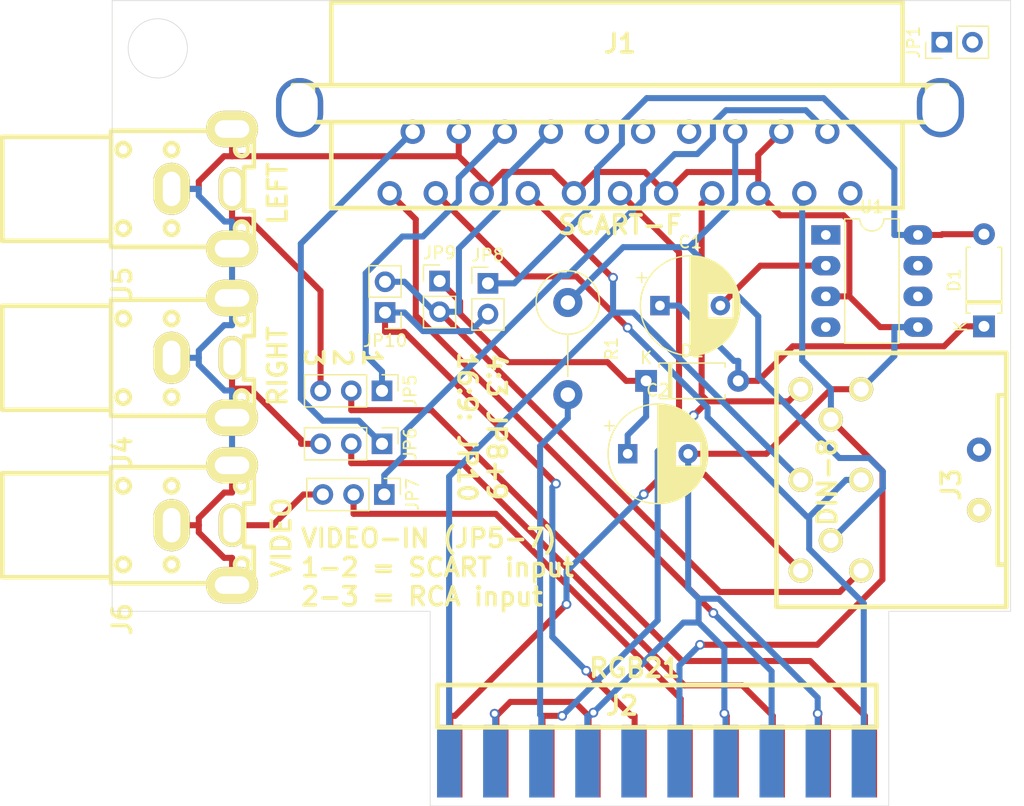
<source format=kicad_pcb>
(kicad_pcb (version 20171130) (host pcbnew "(5.1.5)-3")

  (general
    (thickness 1.6)
    (drawings 12)
    (tracks 297)
    (zones 0)
    (modules 19)
    (nets 25)
  )

  (page A4)
  (layers
    (0 F.Cu signal)
    (31 B.Cu signal)
    (32 B.Adhes user)
    (33 F.Adhes user)
    (34 B.Paste user)
    (35 F.Paste user)
    (36 B.SilkS user)
    (37 F.SilkS user)
    (38 B.Mask user)
    (39 F.Mask user)
    (40 Dwgs.User user)
    (41 Cmts.User user)
    (42 Eco1.User user)
    (43 Eco2.User user)
    (44 Edge.Cuts user)
    (45 Margin user)
    (46 B.CrtYd user)
    (47 F.CrtYd user)
    (48 B.Fab user)
    (49 F.Fab user)
  )

  (setup
    (last_trace_width 0.25)
    (user_trace_width 0.5)
    (trace_clearance 0.2)
    (zone_clearance 0.508)
    (zone_45_only no)
    (trace_min 0.2)
    (via_size 0.8)
    (via_drill 0.4)
    (via_min_size 0.4)
    (via_min_drill 0.3)
    (uvia_size 0.3)
    (uvia_drill 0.1)
    (uvias_allowed no)
    (uvia_min_size 0.2)
    (uvia_min_drill 0.1)
    (edge_width 0.05)
    (segment_width 0.2)
    (pcb_text_width 0.3)
    (pcb_text_size 1.5 1.5)
    (mod_edge_width 0.12)
    (mod_text_size 1 1)
    (mod_text_width 0.15)
    (pad_size 3.9 4.9)
    (pad_drill 3)
    (pad_to_mask_clearance 0.051)
    (solder_mask_min_width 0.25)
    (aux_axis_origin 0 0)
    (visible_elements 7FFFFFFF)
    (pcbplotparams
      (layerselection 0x010fc_ffffffff)
      (usegerberextensions false)
      (usegerberattributes false)
      (usegerberadvancedattributes false)
      (creategerberjobfile false)
      (excludeedgelayer true)
      (linewidth 0.100000)
      (plotframeref false)
      (viasonmask false)
      (mode 1)
      (useauxorigin false)
      (hpglpennumber 1)
      (hpglpenspeed 20)
      (hpglpendiameter 15.000000)
      (psnegative false)
      (psa4output false)
      (plotreference true)
      (plotvalue true)
      (plotinvisibletext false)
      (padsonsilk false)
      (subtractmaskfromsilk false)
      (outputformat 1)
      (mirror false)
      (drillshape 0)
      (scaleselection 1)
      (outputdirectory "gerbers/"))
  )

  (net 0 "")
  (net 1 GND)
  (net 2 B)
  (net 3 G)
  (net 4 R)
  (net 5 C_VIDEO_OUT)
  (net 6 R_AUDIO_OUT)
  (net 7 L_AUDIO_OUT)
  (net 8 "Net-(C1-Pad2)")
  (net 9 "Net-(C1-Pad1)")
  (net 10 ASPECT_RATIO)
  (net 11 "Net-(D1-Pad2)")
  (net 12 AV_CTRL)
  (net 13 C_VIDEO_IN)
  (net 14 R_AUDIO_IN)
  (net 15 L_AUDIO_IN)
  (net 16 R_AUDIO_IN_1)
  (net 17 L_AUDIO_IN_1)
  (net 18 C_VIDEO_IN_1)
  (net 19 "Net-(C2-Pad1)")
  (net 20 RGB_switching)
  (net 21 C_VIDEO_IN_2)
  (net 22 R_AUDIO_IN_2)
  (net 23 L_AUDIO_IN_2)
  (net 24 Ys)

  (net_class Default "This is the default net class."
    (clearance 0.2)
    (trace_width 0.25)
    (via_dia 0.8)
    (via_drill 0.4)
    (uvia_dia 0.3)
    (uvia_drill 0.1)
    (add_net "Net-(J1-Pad10)")
    (add_net "Net-(J1-Pad12)")
    (add_net "Net-(J1-Pad14)")
    (add_net "Net-(J1-Pad21)")
    (add_net "Net-(J2-Pad12)")
    (add_net "Net-(JP1-Pad2)")
    (add_net "Net-(U1-Pad1)")
    (add_net "Net-(U1-Pad4)")
    (add_net "Net-(U1-Pad6)")
    (add_net "Net-(U1-Pad7)")
    (add_net SHIELD)
  )

  (net_class signals ""
    (clearance 0.5)
    (trace_width 0.5)
    (via_dia 0.8)
    (via_drill 0.5)
    (uvia_dia 0.3)
    (uvia_drill 0.1)
    (add_net ASPECT_RATIO)
    (add_net AV_CTRL)
    (add_net B)
    (add_net C_VIDEO_IN)
    (add_net C_VIDEO_IN_1)
    (add_net C_VIDEO_IN_2)
    (add_net C_VIDEO_OUT)
    (add_net G)
    (add_net GND)
    (add_net L_AUDIO_IN)
    (add_net L_AUDIO_IN_1)
    (add_net L_AUDIO_IN_2)
    (add_net L_AUDIO_OUT)
    (add_net "Net-(C1-Pad1)")
    (add_net "Net-(C1-Pad2)")
    (add_net "Net-(C2-Pad1)")
    (add_net "Net-(D1-Pad2)")
    (add_net R)
    (add_net RGB_switching)
    (add_net R_AUDIO_IN)
    (add_net R_AUDIO_IN_1)
    (add_net R_AUDIO_IN_2)
    (add_net R_AUDIO_OUT)
    (add_net Ys)
  )

  (module Connector_Coaxial:RGB21_pcb (layer F.Cu) (tedit 62E28D27) (tstamp 62E3053D)
    (at 116.904 157.099)
    (descr "SCART socket, Tyco P/N 1483465-1")
    (path /62E33ECF)
    (fp_text reference J2 (at -1.0414 -6.79196 180) (layer F.SilkS)
      (effects (font (size 1.524 1.524) (thickness 0.3048)))
    )
    (fp_text value RGB21 (at 0 -9.906) (layer F.SilkS)
      (effects (font (size 1.524 1.524) (thickness 0.3048)))
    )
    (fp_line (start -16.3 -5) (end -16.3 -8.5) (layer F.SilkS) (width 0.381))
    (fp_line (start -16.3 -8.5) (end 20 -8.5) (layer F.SilkS) (width 0.381))
    (fp_line (start 20 -8.5) (end 20 -5) (layer F.SilkS) (width 0.381))
    (fp_line (start -16.3 -5) (end 20 -5) (layer F.SilkS) (width 0.381))
    (pad 1 connect custom (at 19.05 -2.19964) (size 2 6) (layers F.Cu F.Mask)
      (net 15 L_AUDIO_IN) (zone_connect 0)
      (options (clearance outline) (anchor rect))
      (primitives
      ))
    (pad 2 connect custom (at 18.95 -2.19964) (size 2 6) (layers B.Cu B.Mask)
      (net 7 L_AUDIO_OUT) (zone_connect 0)
      (options (clearance outline) (anchor rect))
      (primitives
      ))
    (pad 3 connect custom (at 15.24 -2.19964) (size 2 6) (layers F.Cu F.Mask)
      (net 1 GND) (zone_connect 0)
      (options (clearance outline) (anchor rect))
      (primitives
      ))
    (pad 4 connect custom (at 15.14 -2.19964) (size 2 6) (layers B.Cu B.Mask)
      (net 1 GND) (zone_connect 0)
      (options (clearance outline) (anchor rect))
      (primitives
      ))
    (pad 5 connect custom (at 11.43 -2.19964) (size 2 6) (layers F.Cu F.Mask)
      (net 14 R_AUDIO_IN) (zone_connect 0)
      (options (clearance outline) (anchor rect))
      (primitives
      ))
    (pad 6 connect custom (at 11.33 -2.19964) (size 2 6) (layers B.Cu B.Mask)
      (net 6 R_AUDIO_OUT) (zone_connect 0)
      (options (clearance outline) (anchor rect))
      (primitives
      ))
    (pad 7 connect custom (at 7.62 -2.19964) (size 2 6) (layers F.Cu F.Mask)
      (net 1 GND) (zone_connect 0)
      (options (clearance outline) (anchor rect))
      (primitives
      ))
    (pad 8 connect custom (at 7.52 -2.19964) (size 2 6) (layers B.Cu B.Mask)
      (net 1 GND) (zone_connect 0)
      (options (clearance outline) (anchor rect))
      (primitives
      ))
    (pad 9 connect custom (at 3.81 -2.19964) (size 2 6) (layers F.Cu F.Mask)
      (net 13 C_VIDEO_IN) (zone_connect 0)
      (options (clearance outline) (anchor rect))
      (primitives
      ))
    (pad 10 connect custom (at 3.71 -2.19964) (size 2 6) (layers B.Cu B.Mask)
      (net 5 C_VIDEO_OUT) (zone_connect 0)
      (options (clearance outline) (anchor rect))
      (primitives
      ))
    (pad 11 connect custom (at 0 -2.19964) (size 2 6) (layers F.Cu F.Mask)
      (net 12 AV_CTRL) (zone_connect 0)
      (options (clearance outline) (anchor rect))
      (primitives
      ))
    (pad 12 connect custom (at -0.1 -2.19964) (size 2 6) (layers B.Cu B.Mask)
      (zone_connect 0)
      (options (clearance outline) (anchor rect))
      (primitives
      ))
    (pad 13 connect custom (at -3.81 -2.19964) (size 2 6) (layers F.Cu F.Mask)
      (net 1 GND) (zone_connect 0)
      (options (clearance outline) (anchor rect))
      (primitives
      ))
    (pad 14 connect custom (at -3.91 -2.19964) (size 2 6) (layers B.Cu B.Mask)
      (net 1 GND) (zone_connect 0)
      (options (clearance outline) (anchor rect))
      (primitives
      ))
    (pad 15 connect custom (at -7.62 -2.19964) (size 2 6) (layers F.Cu F.Mask)
      (net 4 R) (zone_connect 0)
      (options (clearance outline) (anchor rect))
      (primitives
      ))
    (pad 16 connect custom (at -7.72 -2.19964) (size 2 6) (layers B.Cu B.Mask)
      (net 24 Ys) (zone_connect 0)
      (options (clearance outline) (anchor rect))
      (primitives
      ))
    (pad 17 connect custom (at -11.43 -2.19964) (size 2 6) (layers F.Cu F.Mask)
      (net 1 GND) (zone_connect 0)
      (options (clearance outline) (anchor rect))
      (primitives
      ))
    (pad 18 connect custom (at -11.53 -2.19964) (size 2 6) (layers B.Cu B.Mask)
      (net 1 GND) (zone_connect 0)
      (options (clearance outline) (anchor rect))
      (primitives
      ))
    (pad 19 connect custom (at -15.24 -2.19964) (size 2 6) (layers F.Cu F.Mask)
      (net 3 G) (zone_connect 0)
      (options (clearance outline) (anchor rect))
      (primitives
      ))
    (pad 20 connect custom (at -15.34 -2.19964) (size 2 6) (layers B.Cu B.Mask)
      (net 2 B) (zone_connect 0)
      (options (clearance outline) (anchor rect))
      (primitives
      ))
    (model walter/conn_av/scart.wrl
      (at (xyz 0 0 0))
      (scale (xyz 1 1 1))
      (rotate (xyz 0 0 0))
    )
  )

  (module Package_DIP:DIP-8_W7.62mm_LongPads (layer F.Cu) (tedit 5A02E8C5) (tstamp 62E30677)
    (at 132.715 111.379)
    (descr "8-lead though-hole mounted DIP package, row spacing 7.62 mm (300 mils), LongPads")
    (tags "THT DIP DIL PDIP 2.54mm 7.62mm 300mil LongPads")
    (path /62C274DE)
    (fp_text reference U1 (at 3.81 -2.33) (layer F.SilkS)
      (effects (font (size 1 1) (thickness 0.15)))
    )
    (fp_text value ICL7660 (at 3.81 9.95) (layer F.Fab)
      (effects (font (size 1 1) (thickness 0.15)))
    )
    (fp_text user %R (at 3.81 3.81) (layer F.Fab)
      (effects (font (size 1 1) (thickness 0.15)))
    )
    (fp_line (start 9.1 -1.55) (end -1.45 -1.55) (layer F.CrtYd) (width 0.05))
    (fp_line (start 9.1 9.15) (end 9.1 -1.55) (layer F.CrtYd) (width 0.05))
    (fp_line (start -1.45 9.15) (end 9.1 9.15) (layer F.CrtYd) (width 0.05))
    (fp_line (start -1.45 -1.55) (end -1.45 9.15) (layer F.CrtYd) (width 0.05))
    (fp_line (start 6.06 -1.33) (end 4.81 -1.33) (layer F.SilkS) (width 0.12))
    (fp_line (start 6.06 8.95) (end 6.06 -1.33) (layer F.SilkS) (width 0.12))
    (fp_line (start 1.56 8.95) (end 6.06 8.95) (layer F.SilkS) (width 0.12))
    (fp_line (start 1.56 -1.33) (end 1.56 8.95) (layer F.SilkS) (width 0.12))
    (fp_line (start 2.81 -1.33) (end 1.56 -1.33) (layer F.SilkS) (width 0.12))
    (fp_line (start 0.635 -0.27) (end 1.635 -1.27) (layer F.Fab) (width 0.1))
    (fp_line (start 0.635 8.89) (end 0.635 -0.27) (layer F.Fab) (width 0.1))
    (fp_line (start 6.985 8.89) (end 0.635 8.89) (layer F.Fab) (width 0.1))
    (fp_line (start 6.985 -1.27) (end 6.985 8.89) (layer F.Fab) (width 0.1))
    (fp_line (start 1.635 -1.27) (end 6.985 -1.27) (layer F.Fab) (width 0.1))
    (fp_arc (start 3.81 -1.33) (end 2.81 -1.33) (angle -180) (layer F.SilkS) (width 0.12))
    (pad 8 thru_hole oval (at 7.62 0) (size 2.4 1.6) (drill 0.8) (layers *.Cu *.Mask)
      (net 11 "Net-(D1-Pad2)"))
    (pad 4 thru_hole oval (at 0 7.62) (size 2.4 1.6) (drill 0.8) (layers *.Cu *.Mask))
    (pad 7 thru_hole oval (at 7.62 2.54) (size 2.4 1.6) (drill 0.8) (layers *.Cu *.Mask))
    (pad 3 thru_hole oval (at 0 5.08) (size 2.4 1.6) (drill 0.8) (layers *.Cu *.Mask)
      (net 1 GND))
    (pad 6 thru_hole oval (at 7.62 5.08) (size 2.4 1.6) (drill 0.8) (layers *.Cu *.Mask))
    (pad 2 thru_hole oval (at 0 2.54) (size 2.4 1.6) (drill 0.8) (layers *.Cu *.Mask)
      (net 8 "Net-(C1-Pad2)"))
    (pad 5 thru_hole oval (at 7.62 7.62) (size 2.4 1.6) (drill 0.8) (layers *.Cu *.Mask)
      (net 1 GND))
    (pad 1 thru_hole rect (at 0 0) (size 2.4 1.6) (drill 0.8) (layers *.Cu *.Mask))
    (model ${KISYS3DMOD}/Package_DIP.3dshapes/DIP-8_W7.62mm.wrl
      (at (xyz 0 0 0))
      (scale (xyz 1 1 1))
      (rotate (xyz 0 0 0))
    )
  )

  (module Resistor_THT:R_Axial_DIN0516_L15.5mm_D5.0mm_P7.62mm_Vertical (layer F.Cu) (tedit 5AE5139B) (tstamp 62E3065B)
    (at 111.379 116.967 270)
    (descr "Resistor, Axial_DIN0516 series, Axial, Vertical, pin pitch=7.62mm, 2W, length*diameter=15.5*5mm^2, http://cdn-reichelt.de/documents/datenblatt/B400/1_4W%23YAG.pdf")
    (tags "Resistor Axial_DIN0516 series Axial Vertical pin pitch 7.62mm 2W length 15.5mm diameter 5mm")
    (path /62E5DBFE)
    (fp_text reference R1 (at 3.81 -3.62 90) (layer F.SilkS)
      (effects (font (size 1 1) (thickness 0.15)))
    )
    (fp_text value 100R (at 3.81 3.62 90) (layer F.Fab)
      (effects (font (size 1 1) (thickness 0.15)))
    )
    (fp_text user %R (at 3.81 -3.62 90) (layer F.Fab)
      (effects (font (size 1 1) (thickness 0.15)))
    )
    (fp_line (start 9.07 -2.75) (end -2.75 -2.75) (layer F.CrtYd) (width 0.05))
    (fp_line (start 9.07 2.75) (end 9.07 -2.75) (layer F.CrtYd) (width 0.05))
    (fp_line (start -2.75 2.75) (end 9.07 2.75) (layer F.CrtYd) (width 0.05))
    (fp_line (start -2.75 -2.75) (end -2.75 2.75) (layer F.CrtYd) (width 0.05))
    (fp_line (start 2.62 0) (end 6.12 0) (layer F.SilkS) (width 0.12))
    (fp_line (start 0 0) (end 7.62 0) (layer F.Fab) (width 0.1))
    (fp_circle (center 0 0) (end 2.62 0) (layer F.SilkS) (width 0.12))
    (fp_circle (center 0 0) (end 2.5 0) (layer F.Fab) (width 0.1))
    (pad 2 thru_hole oval (at 7.62 0 270) (size 2.4 2.4) (drill 1.2) (layers *.Cu *.Mask)
      (net 24 Ys))
    (pad 1 thru_hole circle (at 0 0 270) (size 2.4 2.4) (drill 1.2) (layers *.Cu *.Mask)
      (net 20 RGB_switching))
    (model ${KISYS3DMOD}/Resistor_THT.3dshapes/R_Axial_DIN0516_L15.5mm_D5.0mm_P7.62mm_Vertical.wrl
      (at (xyz 0 0 0))
      (scale (xyz 1 1 1))
      (rotate (xyz 0 0 0))
    )
  )

  (module Connector_PinHeader_2.54mm:PinHeader_1x02_P2.54mm_Vertical (layer F.Cu) (tedit 59FED5CC) (tstamp 62E3064C)
    (at 96.266 117.792 180)
    (descr "Through hole straight pin header, 1x02, 2.54mm pitch, single row")
    (tags "Through hole pin header THT 1x02 2.54mm single row")
    (path /62E70AE6)
    (fp_text reference JP10 (at 0 -2.33) (layer F.SilkS)
      (effects (font (size 1 1) (thickness 0.15)))
    )
    (fp_text value 16:9 (at 0 5.6515) (layer F.Fab)
      (effects (font (size 1 1) (thickness 0.15)))
    )
    (fp_text user %R (at -2.8575 2.032 90) (layer F.Fab)
      (effects (font (size 1 1) (thickness 0.15)))
    )
    (fp_line (start 1.8 -1.8) (end -1.8 -1.8) (layer F.CrtYd) (width 0.05))
    (fp_line (start 1.8 4.35) (end 1.8 -1.8) (layer F.CrtYd) (width 0.05))
    (fp_line (start -1.8 4.35) (end 1.8 4.35) (layer F.CrtYd) (width 0.05))
    (fp_line (start -1.8 -1.8) (end -1.8 4.35) (layer F.CrtYd) (width 0.05))
    (fp_line (start -1.33 -1.33) (end 0 -1.33) (layer F.SilkS) (width 0.12))
    (fp_line (start -1.33 0) (end -1.33 -1.33) (layer F.SilkS) (width 0.12))
    (fp_line (start -1.33 1.27) (end 1.33 1.27) (layer F.SilkS) (width 0.12))
    (fp_line (start 1.33 1.27) (end 1.33 3.87) (layer F.SilkS) (width 0.12))
    (fp_line (start -1.33 1.27) (end -1.33 3.87) (layer F.SilkS) (width 0.12))
    (fp_line (start -1.33 3.87) (end 1.33 3.87) (layer F.SilkS) (width 0.12))
    (fp_line (start -1.27 -0.635) (end -0.635 -1.27) (layer F.Fab) (width 0.1))
    (fp_line (start -1.27 3.81) (end -1.27 -0.635) (layer F.Fab) (width 0.1))
    (fp_line (start 1.27 3.81) (end -1.27 3.81) (layer F.Fab) (width 0.1))
    (fp_line (start 1.27 -1.27) (end 1.27 3.81) (layer F.Fab) (width 0.1))
    (fp_line (start -0.635 -1.27) (end 1.27 -1.27) (layer F.Fab) (width 0.1))
    (pad 2 thru_hole oval (at 0 2.54 180) (size 1.7 1.7) (drill 1) (layers *.Cu *.Mask)
      (net 10 ASPECT_RATIO))
    (pad 1 thru_hole rect (at 0 0 180) (size 1.7 1.7) (drill 1) (layers *.Cu *.Mask)
      (net 12 AV_CTRL))
    (model ${KISYS3DMOD}/Connector_PinHeader_2.54mm.3dshapes/PinHeader_1x02_P2.54mm_Vertical.wrl
      (at (xyz 0 0 0))
      (scale (xyz 1 1 1))
      (rotate (xyz 0 0 0))
    )
  )

  (module Connector_PinHeader_2.54mm:PinHeader_1x02_P2.54mm_Vertical (layer F.Cu) (tedit 59FED5CC) (tstamp 62E30636)
    (at 100.774 115.189)
    (descr "Through hole straight pin header, 1x02, 2.54mm pitch, single row")
    (tags "Through hole pin header THT 1x02 2.54mm single row")
    (path /62CAB7AB)
    (fp_text reference JP9 (at 0 -2.33) (layer F.SilkS)
      (effects (font (size 1 1) (thickness 0.15)))
    )
    (fp_text value 4:3 (at 0.1905 5.461) (layer F.Fab)
      (effects (font (size 1 1) (thickness 0.15)))
    )
    (fp_text user %R (at 0 1.27 90) (layer F.Fab)
      (effects (font (size 1 1) (thickness 0.15)))
    )
    (fp_line (start 1.8 -1.8) (end -1.8 -1.8) (layer F.CrtYd) (width 0.05))
    (fp_line (start 1.8 4.35) (end 1.8 -1.8) (layer F.CrtYd) (width 0.05))
    (fp_line (start -1.8 4.35) (end 1.8 4.35) (layer F.CrtYd) (width 0.05))
    (fp_line (start -1.8 -1.8) (end -1.8 4.35) (layer F.CrtYd) (width 0.05))
    (fp_line (start -1.33 -1.33) (end 0 -1.33) (layer F.SilkS) (width 0.12))
    (fp_line (start -1.33 0) (end -1.33 -1.33) (layer F.SilkS) (width 0.12))
    (fp_line (start -1.33 1.27) (end 1.33 1.27) (layer F.SilkS) (width 0.12))
    (fp_line (start 1.33 1.27) (end 1.33 3.87) (layer F.SilkS) (width 0.12))
    (fp_line (start -1.33 1.27) (end -1.33 3.87) (layer F.SilkS) (width 0.12))
    (fp_line (start -1.33 3.87) (end 1.33 3.87) (layer F.SilkS) (width 0.12))
    (fp_line (start -1.27 -0.635) (end -0.635 -1.27) (layer F.Fab) (width 0.1))
    (fp_line (start -1.27 3.81) (end -1.27 -0.635) (layer F.Fab) (width 0.1))
    (fp_line (start 1.27 3.81) (end -1.27 3.81) (layer F.Fab) (width 0.1))
    (fp_line (start 1.27 -1.27) (end 1.27 3.81) (layer F.Fab) (width 0.1))
    (fp_line (start -0.635 -1.27) (end 1.27 -1.27) (layer F.Fab) (width 0.1))
    (pad 2 thru_hole oval (at 0 2.54) (size 1.7 1.7) (drill 1) (layers *.Cu *.Mask)
      (net 10 ASPECT_RATIO))
    (pad 1 thru_hole rect (at 0 0) (size 1.7 1.7) (drill 1) (layers *.Cu *.Mask)
      (net 19 "Net-(C2-Pad1)"))
    (model ${KISYS3DMOD}/Connector_PinHeader_2.54mm.3dshapes/PinHeader_1x02_P2.54mm_Vertical.wrl
      (at (xyz 0 0 0))
      (scale (xyz 1 1 1))
      (rotate (xyz 0 0 0))
    )
  )

  (module Connector_PinHeader_2.54mm:PinHeader_1x02_P2.54mm_Vertical (layer F.Cu) (tedit 59FED5CC) (tstamp 62E30620)
    (at 104.775 115.38)
    (descr "Through hole straight pin header, 1x02, 2.54mm pitch, single row")
    (tags "Through hole pin header THT 1x02 2.54mm single row")
    (path /62BCCD46)
    (fp_text reference JP8 (at 0 -2.33) (layer F.SilkS)
      (effects (font (size 1 1) (thickness 0.15)))
    )
    (fp_text value 4:3 (at -0.381 5.3975) (layer F.Fab)
      (effects (font (size 1 1) (thickness 0.15)))
    )
    (fp_text user %R (at 0 1.27 90) (layer F.Fab)
      (effects (font (size 1 1) (thickness 0.15)))
    )
    (fp_line (start 1.8 -1.8) (end -1.8 -1.8) (layer F.CrtYd) (width 0.05))
    (fp_line (start 1.8 4.35) (end 1.8 -1.8) (layer F.CrtYd) (width 0.05))
    (fp_line (start -1.8 4.35) (end 1.8 4.35) (layer F.CrtYd) (width 0.05))
    (fp_line (start -1.8 -1.8) (end -1.8 4.35) (layer F.CrtYd) (width 0.05))
    (fp_line (start -1.33 -1.33) (end 0 -1.33) (layer F.SilkS) (width 0.12))
    (fp_line (start -1.33 0) (end -1.33 -1.33) (layer F.SilkS) (width 0.12))
    (fp_line (start -1.33 1.27) (end 1.33 1.27) (layer F.SilkS) (width 0.12))
    (fp_line (start 1.33 1.27) (end 1.33 3.87) (layer F.SilkS) (width 0.12))
    (fp_line (start -1.33 1.27) (end -1.33 3.87) (layer F.SilkS) (width 0.12))
    (fp_line (start -1.33 3.87) (end 1.33 3.87) (layer F.SilkS) (width 0.12))
    (fp_line (start -1.27 -0.635) (end -0.635 -1.27) (layer F.Fab) (width 0.1))
    (fp_line (start -1.27 3.81) (end -1.27 -0.635) (layer F.Fab) (width 0.1))
    (fp_line (start 1.27 3.81) (end -1.27 3.81) (layer F.Fab) (width 0.1))
    (fp_line (start 1.27 -1.27) (end 1.27 3.81) (layer F.Fab) (width 0.1))
    (fp_line (start -0.635 -1.27) (end 1.27 -1.27) (layer F.Fab) (width 0.1))
    (pad 2 thru_hole oval (at 0 2.54) (size 1.7 1.7) (drill 1) (layers *.Cu *.Mask)
      (net 12 AV_CTRL))
    (pad 1 thru_hole rect (at 0 0) (size 1.7 1.7) (drill 1) (layers *.Cu *.Mask)
      (net 11 "Net-(D1-Pad2)"))
    (model ${KISYS3DMOD}/Connector_PinHeader_2.54mm.3dshapes/PinHeader_1x02_P2.54mm_Vertical.wrl
      (at (xyz 0 0 0))
      (scale (xyz 1 1 1))
      (rotate (xyz 0 0 0))
    )
  )

  (module Connector_PinHeader_2.54mm:PinHeader_1x03_P2.54mm_Vertical (layer F.Cu) (tedit 59FED5CC) (tstamp 62E3060A)
    (at 96.2025 132.842 270)
    (descr "Through hole straight pin header, 1x03, 2.54mm pitch, single row")
    (tags "Through hole pin header THT 1x03 2.54mm single row")
    (path /62C13E9D)
    (fp_text reference JP7 (at 0 -2.33 90) (layer F.SilkS)
      (effects (font (size 1 1) (thickness 0.15)))
    )
    (fp_text value VIDEO_1x2 (at 0 7.41 90) (layer F.Fab)
      (effects (font (size 1 1) (thickness 0.15)))
    )
    (fp_text user %R (at 0 2.54) (layer F.Fab)
      (effects (font (size 1 1) (thickness 0.15)))
    )
    (fp_line (start 1.8 -1.8) (end -1.8 -1.8) (layer F.CrtYd) (width 0.05))
    (fp_line (start 1.8 6.85) (end 1.8 -1.8) (layer F.CrtYd) (width 0.05))
    (fp_line (start -1.8 6.85) (end 1.8 6.85) (layer F.CrtYd) (width 0.05))
    (fp_line (start -1.8 -1.8) (end -1.8 6.85) (layer F.CrtYd) (width 0.05))
    (fp_line (start -1.33 -1.33) (end 0 -1.33) (layer F.SilkS) (width 0.12))
    (fp_line (start -1.33 0) (end -1.33 -1.33) (layer F.SilkS) (width 0.12))
    (fp_line (start -1.33 1.27) (end 1.33 1.27) (layer F.SilkS) (width 0.12))
    (fp_line (start 1.33 1.27) (end 1.33 6.41) (layer F.SilkS) (width 0.12))
    (fp_line (start -1.33 1.27) (end -1.33 6.41) (layer F.SilkS) (width 0.12))
    (fp_line (start -1.33 6.41) (end 1.33 6.41) (layer F.SilkS) (width 0.12))
    (fp_line (start -1.27 -0.635) (end -0.635 -1.27) (layer F.Fab) (width 0.1))
    (fp_line (start -1.27 6.35) (end -1.27 -0.635) (layer F.Fab) (width 0.1))
    (fp_line (start 1.27 6.35) (end -1.27 6.35) (layer F.Fab) (width 0.1))
    (fp_line (start 1.27 -1.27) (end 1.27 6.35) (layer F.Fab) (width 0.1))
    (fp_line (start -0.635 -1.27) (end 1.27 -1.27) (layer F.Fab) (width 0.1))
    (pad 3 thru_hole oval (at 0 5.08 270) (size 1.7 1.7) (drill 1) (layers *.Cu *.Mask)
      (net 21 C_VIDEO_IN_2))
    (pad 2 thru_hole oval (at 0 2.54 270) (size 1.7 1.7) (drill 1) (layers *.Cu *.Mask)
      (net 13 C_VIDEO_IN))
    (pad 1 thru_hole rect (at 0 0 270) (size 1.7 1.7) (drill 1) (layers *.Cu *.Mask)
      (net 18 C_VIDEO_IN_1))
    (model ${KISYS3DMOD}/Connector_PinHeader_2.54mm.3dshapes/PinHeader_1x03_P2.54mm_Vertical.wrl
      (at (xyz 0 0 0))
      (scale (xyz 1 1 1))
      (rotate (xyz 0 0 0))
    )
  )

  (module Connector_PinHeader_2.54mm:PinHeader_1x03_P2.54mm_Vertical (layer F.Cu) (tedit 59FED5CC) (tstamp 62E305F3)
    (at 96.012 128.651 270)
    (descr "Through hole straight pin header, 1x03, 2.54mm pitch, single row")
    (tags "Through hole pin header THT 1x03 2.54mm single row")
    (path /62BF95B0)
    (fp_text reference JP6 (at 0 -2.33 90) (layer F.SilkS)
      (effects (font (size 1 1) (thickness 0.15)))
    )
    (fp_text value RIGHT_1x2 (at 0 7.41 90) (layer F.Fab)
      (effects (font (size 1 1) (thickness 0.15)))
    )
    (fp_text user %R (at 0 2.54) (layer F.Fab)
      (effects (font (size 1 1) (thickness 0.15)))
    )
    (fp_line (start 1.8 -1.8) (end -1.8 -1.8) (layer F.CrtYd) (width 0.05))
    (fp_line (start 1.8 6.85) (end 1.8 -1.8) (layer F.CrtYd) (width 0.05))
    (fp_line (start -1.8 6.85) (end 1.8 6.85) (layer F.CrtYd) (width 0.05))
    (fp_line (start -1.8 -1.8) (end -1.8 6.85) (layer F.CrtYd) (width 0.05))
    (fp_line (start -1.33 -1.33) (end 0 -1.33) (layer F.SilkS) (width 0.12))
    (fp_line (start -1.33 0) (end -1.33 -1.33) (layer F.SilkS) (width 0.12))
    (fp_line (start -1.33 1.27) (end 1.33 1.27) (layer F.SilkS) (width 0.12))
    (fp_line (start 1.33 1.27) (end 1.33 6.41) (layer F.SilkS) (width 0.12))
    (fp_line (start -1.33 1.27) (end -1.33 6.41) (layer F.SilkS) (width 0.12))
    (fp_line (start -1.33 6.41) (end 1.33 6.41) (layer F.SilkS) (width 0.12))
    (fp_line (start -1.27 -0.635) (end -0.635 -1.27) (layer F.Fab) (width 0.1))
    (fp_line (start -1.27 6.35) (end -1.27 -0.635) (layer F.Fab) (width 0.1))
    (fp_line (start 1.27 6.35) (end -1.27 6.35) (layer F.Fab) (width 0.1))
    (fp_line (start 1.27 -1.27) (end 1.27 6.35) (layer F.Fab) (width 0.1))
    (fp_line (start -0.635 -1.27) (end 1.27 -1.27) (layer F.Fab) (width 0.1))
    (pad 3 thru_hole oval (at 0 5.08 270) (size 1.7 1.7) (drill 1) (layers *.Cu *.Mask)
      (net 22 R_AUDIO_IN_2))
    (pad 2 thru_hole oval (at 0 2.54 270) (size 1.7 1.7) (drill 1) (layers *.Cu *.Mask)
      (net 14 R_AUDIO_IN))
    (pad 1 thru_hole rect (at 0 0 270) (size 1.7 1.7) (drill 1) (layers *.Cu *.Mask)
      (net 16 R_AUDIO_IN_1))
    (model ${KISYS3DMOD}/Connector_PinHeader_2.54mm.3dshapes/PinHeader_1x03_P2.54mm_Vertical.wrl
      (at (xyz 0 0 0))
      (scale (xyz 1 1 1))
      (rotate (xyz 0 0 0))
    )
  )

  (module Connector_PinHeader_2.54mm:PinHeader_1x03_P2.54mm_Vertical (layer F.Cu) (tedit 59FED5CC) (tstamp 62E305DC)
    (at 96.012 124.27 270)
    (descr "Through hole straight pin header, 1x03, 2.54mm pitch, single row")
    (tags "Through hole pin header THT 1x03 2.54mm single row")
    (path /62BF2479)
    (fp_text reference JP5 (at 0 -2.33 90) (layer F.SilkS)
      (effects (font (size 1 1) (thickness 0.15)))
    )
    (fp_text value LEFT_1x2 (at 0 7.41 90) (layer F.Fab)
      (effects (font (size 1 1) (thickness 0.15)))
    )
    (fp_text user %R (at 0 2.54) (layer F.Fab)
      (effects (font (size 1 1) (thickness 0.15)))
    )
    (fp_line (start 1.8 -1.8) (end -1.8 -1.8) (layer F.CrtYd) (width 0.05))
    (fp_line (start 1.8 6.85) (end 1.8 -1.8) (layer F.CrtYd) (width 0.05))
    (fp_line (start -1.8 6.85) (end 1.8 6.85) (layer F.CrtYd) (width 0.05))
    (fp_line (start -1.8 -1.8) (end -1.8 6.85) (layer F.CrtYd) (width 0.05))
    (fp_line (start -1.33 -1.33) (end 0 -1.33) (layer F.SilkS) (width 0.12))
    (fp_line (start -1.33 0) (end -1.33 -1.33) (layer F.SilkS) (width 0.12))
    (fp_line (start -1.33 1.27) (end 1.33 1.27) (layer F.SilkS) (width 0.12))
    (fp_line (start 1.33 1.27) (end 1.33 6.41) (layer F.SilkS) (width 0.12))
    (fp_line (start -1.33 1.27) (end -1.33 6.41) (layer F.SilkS) (width 0.12))
    (fp_line (start -1.33 6.41) (end 1.33 6.41) (layer F.SilkS) (width 0.12))
    (fp_line (start -1.27 -0.635) (end -0.635 -1.27) (layer F.Fab) (width 0.1))
    (fp_line (start -1.27 6.35) (end -1.27 -0.635) (layer F.Fab) (width 0.1))
    (fp_line (start 1.27 6.35) (end -1.27 6.35) (layer F.Fab) (width 0.1))
    (fp_line (start 1.27 -1.27) (end 1.27 6.35) (layer F.Fab) (width 0.1))
    (fp_line (start -0.635 -1.27) (end 1.27 -1.27) (layer F.Fab) (width 0.1))
    (pad 3 thru_hole oval (at 0 5.08 270) (size 1.7 1.7) (drill 1) (layers *.Cu *.Mask)
      (net 23 L_AUDIO_IN_2))
    (pad 2 thru_hole oval (at 0 2.54 270) (size 1.7 1.7) (drill 1) (layers *.Cu *.Mask)
      (net 15 L_AUDIO_IN))
    (pad 1 thru_hole rect (at 0 0 270) (size 1.7 1.7) (drill 1) (layers *.Cu *.Mask)
      (net 17 L_AUDIO_IN_1))
    (model ${KISYS3DMOD}/Connector_PinHeader_2.54mm.3dshapes/PinHeader_1x03_P2.54mm_Vertical.wrl
      (at (xyz 0 0 0))
      (scale (xyz 1 1 1))
      (rotate (xyz 0 0 0))
    )
  )

  (module Connector_PinHeader_2.54mm:PinHeader_1x02_P2.54mm_Vertical (layer F.Cu) (tedit 59FED5CC) (tstamp 62E305C5)
    (at 142.304 95.4405 90)
    (descr "Through hole straight pin header, 1x02, 2.54mm pitch, single row")
    (tags "Through hole pin header THT 1x02 2.54mm single row")
    (path /62BDE10C)
    (fp_text reference JP1 (at 0 -2.33 90) (layer F.SilkS)
      (effects (font (size 1 1) (thickness 0.15)))
    )
    (fp_text value SHLD (at 0 4.87 90) (layer F.Fab)
      (effects (font (size 1 1) (thickness 0.15)))
    )
    (fp_text user %R (at 0 1.27) (layer F.Fab)
      (effects (font (size 1 1) (thickness 0.15)))
    )
    (fp_line (start 1.8 -1.8) (end -1.8 -1.8) (layer F.CrtYd) (width 0.05))
    (fp_line (start 1.8 4.35) (end 1.8 -1.8) (layer F.CrtYd) (width 0.05))
    (fp_line (start -1.8 4.35) (end 1.8 4.35) (layer F.CrtYd) (width 0.05))
    (fp_line (start -1.8 -1.8) (end -1.8 4.35) (layer F.CrtYd) (width 0.05))
    (fp_line (start -1.33 -1.33) (end 0 -1.33) (layer F.SilkS) (width 0.12))
    (fp_line (start -1.33 0) (end -1.33 -1.33) (layer F.SilkS) (width 0.12))
    (fp_line (start -1.33 1.27) (end 1.33 1.27) (layer F.SilkS) (width 0.12))
    (fp_line (start 1.33 1.27) (end 1.33 3.87) (layer F.SilkS) (width 0.12))
    (fp_line (start -1.33 1.27) (end -1.33 3.87) (layer F.SilkS) (width 0.12))
    (fp_line (start -1.33 3.87) (end 1.33 3.87) (layer F.SilkS) (width 0.12))
    (fp_line (start -1.27 -0.635) (end -0.635 -1.27) (layer F.Fab) (width 0.1))
    (fp_line (start -1.27 3.81) (end -1.27 -0.635) (layer F.Fab) (width 0.1))
    (fp_line (start 1.27 3.81) (end -1.27 3.81) (layer F.Fab) (width 0.1))
    (fp_line (start 1.27 -1.27) (end 1.27 3.81) (layer F.Fab) (width 0.1))
    (fp_line (start -0.635 -1.27) (end 1.27 -1.27) (layer F.Fab) (width 0.1))
    (pad 2 thru_hole oval (at 0 2.54 90) (size 1.7 1.7) (drill 1) (layers *.Cu *.Mask))
    (pad 1 thru_hole rect (at 0 0 90) (size 1.7 1.7) (drill 1) (layers *.Cu *.Mask))
    (model ${KISYS3DMOD}/Connector_PinHeader_2.54mm.3dshapes/PinHeader_1x02_P2.54mm_Vertical.wrl
      (at (xyz 0 0 0))
      (scale (xyz 1 1 1))
      (rotate (xyz 0 0 0))
    )
  )

  (module Connector_Audio:rca_audio (layer F.Cu) (tedit 62CC534A) (tstamp 62E305AF)
    (at 78.613 135.382 270)
    (descr "RCA Audio connector, yellow, Pro Signal p/n PSG01547")
    (tags "rca, audio")
    (path /62C758A1)
    (fp_text reference J6 (at 7.77748 4.08432 90) (layer F.SilkS)
      (effects (font (size 1.524 1.524) (thickness 0.3048)))
    )
    (fp_text value VIDEO (at 1.016 -9.0805 90) (layer F.SilkS)
      (effects (font (size 1.524 1.524) (thickness 0.3048)))
    )
    (fp_circle (center -3.2512 -5.79882) (end -3.79984 -5.79882) (layer F.SilkS) (width 0.381))
    (fp_circle (center 3.2512 -5.79882) (end 2.70002 -5.84962) (layer F.SilkS) (width 0.381))
    (fp_circle (center 3.2512 4.0005) (end 2.70002 4.04876) (layer F.SilkS) (width 0.381))
    (fp_circle (center -3.2512 4.0005) (end -3.79984 3.9497) (layer F.SilkS) (width 0.381))
    (fp_circle (center -3.2512 0) (end -3.79984 0) (layer F.SilkS) (width 0.381))
    (fp_circle (center 3.2512 0) (end 2.70002 -0.0508) (layer F.SilkS) (width 0.381))
    (fp_line (start -4.30022 5.00126) (end -4.30022 14.00048) (layer F.SilkS) (width 0.381))
    (fp_line (start -4.30022 14.00048) (end 4.30022 14.00048) (layer F.SilkS) (width 0.381))
    (fp_line (start 4.30022 14.00048) (end 4.30022 5.00126) (layer F.SilkS) (width 0.381))
    (fp_line (start 4.8006 -4.89966) (end 5.40004 -4.89966) (layer F.SilkS) (width 0.381))
    (fp_line (start 5.40004 -4.89966) (end 5.40004 -3.0988) (layer F.SilkS) (width 0.381))
    (fp_line (start 5.40004 -3.0988) (end 4.8006 -3.0988) (layer F.SilkS) (width 0.381))
    (fp_line (start -5.40004 -4.89966) (end -4.8006 -4.89966) (layer F.SilkS) (width 0.381))
    (fp_line (start -4.8006 -3.0988) (end -5.40004 -3.0988) (layer F.SilkS) (width 0.381))
    (fp_line (start -5.40004 -3.0988) (end -5.40004 -4.89966) (layer F.SilkS) (width 0.381))
    (fp_line (start -4.8006 -6.79958) (end -1.80086 -6.79958) (layer F.SilkS) (width 0.381))
    (fp_line (start -1.80086 -6.79958) (end -1.80086 -5.99948) (layer F.SilkS) (width 0.381))
    (fp_line (start -1.80086 -5.99948) (end 1.80086 -5.99948) (layer F.SilkS) (width 0.381))
    (fp_line (start 1.80086 -5.99948) (end 1.80086 -6.79958) (layer F.SilkS) (width 0.381))
    (fp_line (start 1.80086 -6.79958) (end 4.8006 -6.79958) (layer F.SilkS) (width 0.381))
    (fp_line (start 4.8006 5.00126) (end -4.8006 5.00126) (layer F.SilkS) (width 0.381))
    (fp_line (start -4.8006 4.99872) (end -4.8006 -6.80212) (layer F.SilkS) (width 0.381))
    (fp_line (start 4.8006 -6.79958) (end 4.8006 5.00126) (layer F.SilkS) (width 0.381))
    (pad 1 thru_hole oval (at 0 -5) (size 2.2 3.6) (drill oval 1.45 2.85) (layers *.Cu *.Mask F.SilkS)
      (net 21 C_VIDEO_IN_2))
    (pad 2 thru_hole oval (at 0 0) (size 3 4.3) (drill oval 1.45 2.85) (layers *.Cu *.Mask F.SilkS)
      (net 1 GND))
    (pad 2 thru_hole oval (at 4.95 -5 270) (size 3 4.3) (drill oval 1.45 2.85) (layers *.Cu *.Mask F.SilkS)
      (net 1 GND))
    (pad 2 thru_hole oval (at -4.95 -5 270) (size 3 4.3) (drill oval 1.45 2.85) (layers *.Cu *.Mask F.SilkS)
      (net 1 GND))
    (model ${KISYS3DMOD}/walter/conn_av.3dshapes/rca_yellow.wrl
      (at (xyz 0 0 0))
      (scale (xyz 1 1 1))
      (rotate (xyz 0 0 0))
    )
  )

  (module Connector_Audio:rca_audio (layer F.Cu) (tedit 62CC534A) (tstamp 62E30590)
    (at 78.613 107.569 270)
    (descr "RCA Audio connector, yellow, Pro Signal p/n PSG01547")
    (tags "rca, audio")
    (path /62B755B6)
    (fp_text reference J5 (at 7.77748 4.08432 90) (layer F.SilkS)
      (effects (font (size 1.524 1.524) (thickness 0.3048)))
    )
    (fp_text value LEFT (at 0.381 -8.763 90) (layer F.SilkS)
      (effects (font (size 1.524 1.524) (thickness 0.3048)))
    )
    (fp_circle (center -3.2512 -5.79882) (end -3.79984 -5.79882) (layer F.SilkS) (width 0.381))
    (fp_circle (center 3.2512 -5.79882) (end 2.70002 -5.84962) (layer F.SilkS) (width 0.381))
    (fp_circle (center 3.2512 4.0005) (end 2.70002 4.04876) (layer F.SilkS) (width 0.381))
    (fp_circle (center -3.2512 4.0005) (end -3.79984 3.9497) (layer F.SilkS) (width 0.381))
    (fp_circle (center -3.2512 0) (end -3.79984 0) (layer F.SilkS) (width 0.381))
    (fp_circle (center 3.2512 0) (end 2.70002 -0.0508) (layer F.SilkS) (width 0.381))
    (fp_line (start -4.30022 5.00126) (end -4.30022 14.00048) (layer F.SilkS) (width 0.381))
    (fp_line (start -4.30022 14.00048) (end 4.30022 14.00048) (layer F.SilkS) (width 0.381))
    (fp_line (start 4.30022 14.00048) (end 4.30022 5.00126) (layer F.SilkS) (width 0.381))
    (fp_line (start 4.8006 -4.89966) (end 5.40004 -4.89966) (layer F.SilkS) (width 0.381))
    (fp_line (start 5.40004 -4.89966) (end 5.40004 -3.0988) (layer F.SilkS) (width 0.381))
    (fp_line (start 5.40004 -3.0988) (end 4.8006 -3.0988) (layer F.SilkS) (width 0.381))
    (fp_line (start -5.40004 -4.89966) (end -4.8006 -4.89966) (layer F.SilkS) (width 0.381))
    (fp_line (start -4.8006 -3.0988) (end -5.40004 -3.0988) (layer F.SilkS) (width 0.381))
    (fp_line (start -5.40004 -3.0988) (end -5.40004 -4.89966) (layer F.SilkS) (width 0.381))
    (fp_line (start -4.8006 -6.79958) (end -1.80086 -6.79958) (layer F.SilkS) (width 0.381))
    (fp_line (start -1.80086 -6.79958) (end -1.80086 -5.99948) (layer F.SilkS) (width 0.381))
    (fp_line (start -1.80086 -5.99948) (end 1.80086 -5.99948) (layer F.SilkS) (width 0.381))
    (fp_line (start 1.80086 -5.99948) (end 1.80086 -6.79958) (layer F.SilkS) (width 0.381))
    (fp_line (start 1.80086 -6.79958) (end 4.8006 -6.79958) (layer F.SilkS) (width 0.381))
    (fp_line (start 4.8006 5.00126) (end -4.8006 5.00126) (layer F.SilkS) (width 0.381))
    (fp_line (start -4.8006 4.99872) (end -4.8006 -6.80212) (layer F.SilkS) (width 0.381))
    (fp_line (start 4.8006 -6.79958) (end 4.8006 5.00126) (layer F.SilkS) (width 0.381))
    (pad 1 thru_hole oval (at 0 -5) (size 2.2 3.6) (drill oval 1.45 2.85) (layers *.Cu *.Mask F.SilkS)
      (net 23 L_AUDIO_IN_2))
    (pad 2 thru_hole oval (at 0 0) (size 3 4.3) (drill oval 1.45 2.85) (layers *.Cu *.Mask F.SilkS)
      (net 1 GND))
    (pad 2 thru_hole oval (at 4.95 -5 270) (size 3 4.3) (drill oval 1.45 2.85) (layers *.Cu *.Mask F.SilkS)
      (net 1 GND))
    (pad 2 thru_hole oval (at -4.95 -5 270) (size 3 4.3) (drill oval 1.45 2.85) (layers *.Cu *.Mask F.SilkS)
      (net 1 GND))
    (model ${KISYS3DMOD}/walter/conn_av.3dshapes/rca_yellow.wrl
      (at (xyz 0 0 0))
      (scale (xyz 1 1 1))
      (rotate (xyz 0 0 0))
    )
  )

  (module Connector_Audio:rca_audio (layer F.Cu) (tedit 62CC534A) (tstamp 62E30571)
    (at 78.613 121.539 270)
    (descr "RCA Audio connector, yellow, Pro Signal p/n PSG01547")
    (tags "rca, audio")
    (path /62B7510F)
    (fp_text reference J4 (at 7.77748 4.08432 90) (layer F.SilkS)
      (effects (font (size 1.524 1.524) (thickness 0.3048)))
    )
    (fp_text value RIGHT (at 0.6985 -8.763 90) (layer F.SilkS)
      (effects (font (size 1.524 1.524) (thickness 0.3048)))
    )
    (fp_circle (center -3.2512 -5.79882) (end -3.79984 -5.79882) (layer F.SilkS) (width 0.381))
    (fp_circle (center 3.2512 -5.79882) (end 2.70002 -5.84962) (layer F.SilkS) (width 0.381))
    (fp_circle (center 3.2512 4.0005) (end 2.70002 4.04876) (layer F.SilkS) (width 0.381))
    (fp_circle (center -3.2512 4.0005) (end -3.79984 3.9497) (layer F.SilkS) (width 0.381))
    (fp_circle (center -3.2512 0) (end -3.79984 0) (layer F.SilkS) (width 0.381))
    (fp_circle (center 3.2512 0) (end 2.70002 -0.0508) (layer F.SilkS) (width 0.381))
    (fp_line (start -4.30022 5.00126) (end -4.30022 14.00048) (layer F.SilkS) (width 0.381))
    (fp_line (start -4.30022 14.00048) (end 4.30022 14.00048) (layer F.SilkS) (width 0.381))
    (fp_line (start 4.30022 14.00048) (end 4.30022 5.00126) (layer F.SilkS) (width 0.381))
    (fp_line (start 4.8006 -4.89966) (end 5.40004 -4.89966) (layer F.SilkS) (width 0.381))
    (fp_line (start 5.40004 -4.89966) (end 5.40004 -3.0988) (layer F.SilkS) (width 0.381))
    (fp_line (start 5.40004 -3.0988) (end 4.8006 -3.0988) (layer F.SilkS) (width 0.381))
    (fp_line (start -5.40004 -4.89966) (end -4.8006 -4.89966) (layer F.SilkS) (width 0.381))
    (fp_line (start -4.8006 -3.0988) (end -5.40004 -3.0988) (layer F.SilkS) (width 0.381))
    (fp_line (start -5.40004 -3.0988) (end -5.40004 -4.89966) (layer F.SilkS) (width 0.381))
    (fp_line (start -4.8006 -6.79958) (end -1.80086 -6.79958) (layer F.SilkS) (width 0.381))
    (fp_line (start -1.80086 -6.79958) (end -1.80086 -5.99948) (layer F.SilkS) (width 0.381))
    (fp_line (start -1.80086 -5.99948) (end 1.80086 -5.99948) (layer F.SilkS) (width 0.381))
    (fp_line (start 1.80086 -5.99948) (end 1.80086 -6.79958) (layer F.SilkS) (width 0.381))
    (fp_line (start 1.80086 -6.79958) (end 4.8006 -6.79958) (layer F.SilkS) (width 0.381))
    (fp_line (start 4.8006 5.00126) (end -4.8006 5.00126) (layer F.SilkS) (width 0.381))
    (fp_line (start -4.8006 4.99872) (end -4.8006 -6.80212) (layer F.SilkS) (width 0.381))
    (fp_line (start 4.8006 -6.79958) (end 4.8006 5.00126) (layer F.SilkS) (width 0.381))
    (pad 1 thru_hole oval (at 0 -5) (size 2.2 3.6) (drill oval 1.45 2.85) (layers *.Cu *.Mask F.SilkS)
      (net 22 R_AUDIO_IN_2))
    (pad 2 thru_hole oval (at 0 0) (size 3 4.3) (drill oval 1.45 2.85) (layers *.Cu *.Mask F.SilkS)
      (net 1 GND))
    (pad 2 thru_hole oval (at 4.95 -5 270) (size 3 4.3) (drill oval 1.45 2.85) (layers *.Cu *.Mask F.SilkS)
      (net 1 GND))
    (pad 2 thru_hole oval (at -4.95 -5 270) (size 3 4.3) (drill oval 1.45 2.85) (layers *.Cu *.Mask F.SilkS)
      (net 1 GND))
    (model ${KISYS3DMOD}/walter/conn_av.3dshapes/rca_yellow.wrl
      (at (xyz 0 0 0))
      (scale (xyz 1 1 1))
      (rotate (xyz 0 0 0))
    )
  )

  (module Connector_DIN:din8_msx (layer F.Cu) (tedit 62E26D81) (tstamp 62E30552)
    (at 135.636 131.636 90)
    (descr "RCA Audio connector, yellow, Pro Signal p/n PSG01547")
    (tags "rca, audio")
    (path /62C18397)
    (fp_text reference J3 (at -0.3937 7.45236 90) (layer F.SilkS)
      (effects (font (size 1.524 1.524) (thickness 0.3048)))
    )
    (fp_text value DIN-8 (at -0.18796 -2.79654 90) (layer F.SilkS)
      (effects (font (size 1.524 1.524) (thickness 0.3048)))
    )
    (fp_line (start -7 11.3) (end -7 12) (layer F.SilkS) (width 0.381))
    (fp_line (start 7 11.3) (end 7 12) (layer F.SilkS) (width 0.381))
    (fp_line (start -7 11.3) (end 7 11.3) (layer F.SilkS) (width 0.381))
    (fp_line (start 10.5 -7) (end 10.5 12) (layer F.SilkS) (width 0.381))
    (fp_line (start -10.5 -7) (end -10.5 12) (layer F.SilkS) (width 0.381))
    (fp_line (start -10.5 12) (end 10.5 12) (layer F.SilkS) (width 0.381))
    (fp_line (start -10.5 -7) (end 10.5 -7) (layer F.SilkS) (width 0.381))
    (pad "" thru_hole circle (at 2.5 9.75 180) (size 2 2) (drill 1) (layers *.Cu *.Mask))
    (pad "" thru_hole circle (at -2.5 9.75 180) (size 2 2) (drill 1) (layers *.Cu *.Mask F.SilkS))
    (pad 4 thru_hole circle (at 5 -2.5 180) (size 2 2) (drill 1.25) (layers *.Cu *.Mask F.SilkS)
      (net 5 C_VIDEO_OUT))
    (pad 5 thru_hole circle (at -5 -2.5 180) (size 2 2) (drill 1.25) (layers *.Cu *.Mask F.SilkS)
      (net 20 RGB_switching))
    (pad 6 thru_hole circle (at 7.5 -5 180) (size 2 2) (drill 1.25) (layers *.Cu *.Mask F.SilkS)
      (net 4 R))
    (pad 8 thru_hole circle (at 0 -5 180) (size 2 2) (drill 1.25) (layers *.Cu *.Mask F.SilkS)
      (net 2 B))
    (pad 7 thru_hole circle (at -7.5 -5 180) (size 2 2) (drill 1.25) (layers *.Cu *.Mask F.SilkS)
      (net 3 G))
    (pad 3 thru_hole circle (at -7.5 0 180) (size 2 2) (drill 1.25) (layers *.Cu *.Mask F.SilkS)
      (net 10 ASPECT_RATIO))
    (pad 1 thru_hole circle (at 7.5 0 180) (size 2 2) (drill 1.25) (layers *.Cu *.Mask F.SilkS)
      (net 1 GND))
    (pad 2 thru_hole circle (at 0 0 180) (size 2 2) (drill 1.25) (layers *.Cu *.Mask F.SilkS)
      (net 7 L_AUDIO_OUT))
    (model ${KISYS3DMOD}/walter/conn_av.3dshapes/rca_yellow.wrl
      (at (xyz 0 0 0))
      (scale (xyz 1 1 1))
      (rotate (xyz 0 0 0))
    )
  )

  (module Connector_Coaxial:SCART (layer F.Cu) (tedit 62E26F0B) (tstamp 62E30521)
    (at 115.697 100.648 180)
    (descr "SCART socket, Tyco P/N 1483465-1")
    (path /62A8E208)
    (fp_text reference J1 (at 0 5.10032) (layer F.SilkS)
      (effects (font (size 1.524 1.524) (thickness 0.3048)))
    )
    (fp_text value SCART-F (at 0 -9.906) (layer F.SilkS)
      (effects (font (size 1.524 1.524) (thickness 0.3048)))
    )
    (fp_line (start -25.4 -1.397) (end -25.4 1.651) (layer F.SilkS) (width 0.381))
    (fp_line (start 25.4 -1.397) (end 25.4 1.651) (layer F.SilkS) (width 0.381))
    (fp_line (start -23.368 8.509) (end 23.876 8.509) (layer F.SilkS) (width 0.381))
    (fp_line (start -27.051 -1.397) (end -27.051 1.651) (layer F.SilkS) (width 0.381))
    (fp_line (start 27.051 -1.397) (end 27.051 1.651) (layer F.SilkS) (width 0.381))
    (fp_line (start -23.368 -1.397) (end -23.368 -8.509) (layer F.SilkS) (width 0.381))
    (fp_line (start -23.368 -8.509) (end 23.876 -8.509) (layer F.SilkS) (width 0.381))
    (fp_line (start 23.876 -8.509) (end 23.876 -1.397) (layer F.SilkS) (width 0.381))
    (fp_line (start -27.051 -1.397) (end 27.051 -1.397) (layer F.SilkS) (width 0.381))
    (fp_line (start 27.051 1.651) (end -27.051 1.651) (layer F.SilkS) (width 0.381))
    (fp_line (start -23.368 8.509) (end -23.368 1.651) (layer F.SilkS) (width 0.381))
    (fp_line (start 23.876 8.509) (end 23.876 1.651) (layer F.SilkS) (width 0.381))
    (pad 1 thru_hole circle (at 19.05 -7.27964 180) (size 1.99898 1.99898) (drill 1.19888) (layers *.Cu *.Mask)
      (net 6 R_AUDIO_OUT))
    (pad 2 thru_hole circle (at 17.145 -2.19964 180) (size 1.99898 1.99898) (drill 1.19888) (layers *.Cu *.Mask)
      (net 16 R_AUDIO_IN_1))
    (pad 3 thru_hole circle (at 15.24 -7.27964 180) (size 1.99898 1.99898) (drill 1.19888) (layers *.Cu *.Mask)
      (net 7 L_AUDIO_OUT))
    (pad 4 thru_hole circle (at 13.335 -2.19964 180) (size 1.99898 1.99898) (drill 1.19888) (layers *.Cu *.Mask)
      (net 1 GND))
    (pad 5 thru_hole circle (at 11.43 -7.27964 180) (size 1.99898 1.99898) (drill 1.19888) (layers *.Cu *.Mask)
      (net 1 GND))
    (pad 6 thru_hole circle (at 9.525 -2.19964 180) (size 1.99898 1.99898) (drill 1.19888) (layers *.Cu *.Mask)
      (net 17 L_AUDIO_IN_1))
    (pad 7 thru_hole circle (at 7.62 -7.27964 180) (size 1.99898 1.99898) (drill 1.19888) (layers *.Cu *.Mask)
      (net 2 B))
    (pad 8 thru_hole circle (at 5.715 -2.19964 180) (size 1.99898 1.99898) (drill 1.19888) (layers *.Cu *.Mask)
      (net 10 ASPECT_RATIO))
    (pad 9 thru_hole circle (at 3.81 -7.27964 180) (size 1.99898 1.99898) (drill 1.19888) (layers *.Cu *.Mask)
      (net 1 GND))
    (pad 10 thru_hole circle (at 1.905 -2.19964 180) (size 1.99898 1.99898) (drill 1.19888) (layers *.Cu *.Mask))
    (pad 11 thru_hole circle (at 0 -7.27964 180) (size 1.99898 1.99898) (drill 1.19888) (layers *.Cu *.Mask)
      (net 3 G))
    (pad 12 thru_hole circle (at -1.905 -2.19964 180) (size 1.99898 1.99898) (drill 1.19888) (layers *.Cu *.Mask))
    (pad 13 thru_hole circle (at -3.81 -7.27964 180) (size 1.99898 1.99898) (drill 1.19888) (layers *.Cu *.Mask)
      (net 1 GND))
    (pad 14 thru_hole circle (at -5.715 -2.19964 180) (size 1.99898 1.99898) (drill 1.19888) (layers *.Cu *.Mask))
    (pad 15 thru_hole circle (at -7.62 -7.27964 180) (size 1.99898 1.99898) (drill 1.19888) (layers *.Cu *.Mask)
      (net 4 R))
    (pad 16 thru_hole circle (at -9.525 -2.19964 180) (size 1.99898 1.99898) (drill 1.19888) (layers *.Cu *.Mask)
      (net 20 RGB_switching))
    (pad 17 thru_hole circle (at -11.43 -7.27964 180) (size 1.99898 1.99898) (drill 1.19888) (layers *.Cu *.Mask)
      (net 1 GND))
    (pad 18 thru_hole circle (at -13.335 -2.19964 180) (size 1.99898 1.99898) (drill 1.19888) (layers *.Cu *.Mask)
      (net 1 GND))
    (pad 19 thru_hole circle (at -15.24 -7.27964 180) (size 1.99898 1.99898) (drill 1.19888) (layers *.Cu *.Mask)
      (net 5 C_VIDEO_OUT))
    (pad 20 thru_hole circle (at -17.145 -2.19964 180) (size 1.99898 1.99898) (drill 1.19888) (layers *.Cu *.Mask)
      (net 18 C_VIDEO_IN_1))
    (pad 21 thru_hole circle (at -19.05 -7.27964 180) (size 1.99898 1.99898) (drill 1.19888) (layers *.Cu *.Mask))
    (pad "" thru_hole oval (at 26.49982 -0.20066 180) (size 3.9 4.9) (drill oval 3 4) (layers *.Cu *.Mask))
    (pad "" thru_hole oval (at -26.49982 -0.20066 180) (size 3.9 4.9) (drill oval 3 4) (layers *.Cu *.Mask))
    (model walter/conn_av/scart.wrl
      (at (xyz 0 0 0))
      (scale (xyz 1 1 1))
      (rotate (xyz 0 0 0))
    )
  )

  (module Diode_THT:D_A-405_P7.62mm_Horizontal (layer F.Cu) (tedit 5AE50CD5) (tstamp 62E304FA)
    (at 117.856 123.444)
    (descr "Diode, A-405 series, Axial, Horizontal, pin pitch=7.62mm, , length*diameter=5.2*2.7mm^2, , http://www.diodes.com/_files/packages/A-405.pdf")
    (tags "Diode A-405 series Axial Horizontal pin pitch 7.62mm  length 5.2mm diameter 2.7mm")
    (path /62C3B3DD)
    (fp_text reference D2 (at 3.81 -2.47) (layer F.SilkS)
      (effects (font (size 1 1) (thickness 0.15)))
    )
    (fp_text value D (at 3.81 2.47) (layer F.Fab)
      (effects (font (size 1 1) (thickness 0.15)))
    )
    (fp_text user K (at 0 -1.9) (layer F.SilkS)
      (effects (font (size 1 1) (thickness 0.15)))
    )
    (fp_text user K (at 0 -1.9) (layer F.Fab)
      (effects (font (size 1 1) (thickness 0.15)))
    )
    (fp_text user %R (at 4.2 0) (layer F.Fab)
      (effects (font (size 1 1) (thickness 0.15)))
    )
    (fp_line (start 8.77 -1.6) (end -1.15 -1.6) (layer F.CrtYd) (width 0.05))
    (fp_line (start 8.77 1.6) (end 8.77 -1.6) (layer F.CrtYd) (width 0.05))
    (fp_line (start -1.15 1.6) (end 8.77 1.6) (layer F.CrtYd) (width 0.05))
    (fp_line (start -1.15 -1.6) (end -1.15 1.6) (layer F.CrtYd) (width 0.05))
    (fp_line (start 1.87 -1.47) (end 1.87 1.47) (layer F.SilkS) (width 0.12))
    (fp_line (start 2.11 -1.47) (end 2.11 1.47) (layer F.SilkS) (width 0.12))
    (fp_line (start 1.99 -1.47) (end 1.99 1.47) (layer F.SilkS) (width 0.12))
    (fp_line (start 6.53 1.47) (end 6.53 1.14) (layer F.SilkS) (width 0.12))
    (fp_line (start 1.09 1.47) (end 6.53 1.47) (layer F.SilkS) (width 0.12))
    (fp_line (start 1.09 1.14) (end 1.09 1.47) (layer F.SilkS) (width 0.12))
    (fp_line (start 6.53 -1.47) (end 6.53 -1.14) (layer F.SilkS) (width 0.12))
    (fp_line (start 1.09 -1.47) (end 6.53 -1.47) (layer F.SilkS) (width 0.12))
    (fp_line (start 1.09 -1.14) (end 1.09 -1.47) (layer F.SilkS) (width 0.12))
    (fp_line (start 1.89 -1.35) (end 1.89 1.35) (layer F.Fab) (width 0.1))
    (fp_line (start 2.09 -1.35) (end 2.09 1.35) (layer F.Fab) (width 0.1))
    (fp_line (start 1.99 -1.35) (end 1.99 1.35) (layer F.Fab) (width 0.1))
    (fp_line (start 7.62 0) (end 6.41 0) (layer F.Fab) (width 0.1))
    (fp_line (start 0 0) (end 1.21 0) (layer F.Fab) (width 0.1))
    (fp_line (start 6.41 -1.35) (end 1.21 -1.35) (layer F.Fab) (width 0.1))
    (fp_line (start 6.41 1.35) (end 6.41 -1.35) (layer F.Fab) (width 0.1))
    (fp_line (start 1.21 1.35) (end 6.41 1.35) (layer F.Fab) (width 0.1))
    (fp_line (start 1.21 -1.35) (end 1.21 1.35) (layer F.Fab) (width 0.1))
    (pad 2 thru_hole oval (at 7.62 0) (size 1.8 1.8) (drill 0.9) (layers *.Cu *.Mask)
      (net 9 "Net-(C1-Pad1)"))
    (pad 1 thru_hole rect (at 0 0) (size 1.8 1.8) (drill 0.9) (layers *.Cu *.Mask)
      (net 19 "Net-(C2-Pad1)"))
    (model ${KISYS3DMOD}/Diode_THT.3dshapes/D_A-405_P7.62mm_Horizontal.wrl
      (at (xyz 0 0 0))
      (scale (xyz 1 1 1))
      (rotate (xyz 0 0 0))
    )
  )

  (module Diode_THT:D_A-405_P7.62mm_Horizontal (layer F.Cu) (tedit 5AE50CD5) (tstamp 62E304DB)
    (at 145.796 118.936 90)
    (descr "Diode, A-405 series, Axial, Horizontal, pin pitch=7.62mm, , length*diameter=5.2*2.7mm^2, , http://www.diodes.com/_files/packages/A-405.pdf")
    (tags "Diode A-405 series Axial Horizontal pin pitch 7.62mm  length 5.2mm diameter 2.7mm")
    (path /62C3A6CB)
    (fp_text reference D1 (at 3.81 -2.47 90) (layer F.SilkS)
      (effects (font (size 1 1) (thickness 0.15)))
    )
    (fp_text value D (at 3.81 2.47 90) (layer F.Fab)
      (effects (font (size 1 1) (thickness 0.15)))
    )
    (fp_text user K (at 0 -1.9 90) (layer F.SilkS)
      (effects (font (size 1 1) (thickness 0.15)))
    )
    (fp_text user K (at 0 -1.9 90) (layer F.Fab)
      (effects (font (size 1 1) (thickness 0.15)))
    )
    (fp_text user %R (at 4.2 0 90) (layer F.Fab)
      (effects (font (size 1 1) (thickness 0.15)))
    )
    (fp_line (start 8.77 -1.6) (end -1.15 -1.6) (layer F.CrtYd) (width 0.05))
    (fp_line (start 8.77 1.6) (end 8.77 -1.6) (layer F.CrtYd) (width 0.05))
    (fp_line (start -1.15 1.6) (end 8.77 1.6) (layer F.CrtYd) (width 0.05))
    (fp_line (start -1.15 -1.6) (end -1.15 1.6) (layer F.CrtYd) (width 0.05))
    (fp_line (start 1.87 -1.47) (end 1.87 1.47) (layer F.SilkS) (width 0.12))
    (fp_line (start 2.11 -1.47) (end 2.11 1.47) (layer F.SilkS) (width 0.12))
    (fp_line (start 1.99 -1.47) (end 1.99 1.47) (layer F.SilkS) (width 0.12))
    (fp_line (start 6.53 1.47) (end 6.53 1.14) (layer F.SilkS) (width 0.12))
    (fp_line (start 1.09 1.47) (end 6.53 1.47) (layer F.SilkS) (width 0.12))
    (fp_line (start 1.09 1.14) (end 1.09 1.47) (layer F.SilkS) (width 0.12))
    (fp_line (start 6.53 -1.47) (end 6.53 -1.14) (layer F.SilkS) (width 0.12))
    (fp_line (start 1.09 -1.47) (end 6.53 -1.47) (layer F.SilkS) (width 0.12))
    (fp_line (start 1.09 -1.14) (end 1.09 -1.47) (layer F.SilkS) (width 0.12))
    (fp_line (start 1.89 -1.35) (end 1.89 1.35) (layer F.Fab) (width 0.1))
    (fp_line (start 2.09 -1.35) (end 2.09 1.35) (layer F.Fab) (width 0.1))
    (fp_line (start 1.99 -1.35) (end 1.99 1.35) (layer F.Fab) (width 0.1))
    (fp_line (start 7.62 0) (end 6.41 0) (layer F.Fab) (width 0.1))
    (fp_line (start 0 0) (end 1.21 0) (layer F.Fab) (width 0.1))
    (fp_line (start 6.41 -1.35) (end 1.21 -1.35) (layer F.Fab) (width 0.1))
    (fp_line (start 6.41 1.35) (end 6.41 -1.35) (layer F.Fab) (width 0.1))
    (fp_line (start 1.21 1.35) (end 6.41 1.35) (layer F.Fab) (width 0.1))
    (fp_line (start 1.21 -1.35) (end 1.21 1.35) (layer F.Fab) (width 0.1))
    (pad 2 thru_hole oval (at 7.62 0 90) (size 1.8 1.8) (drill 0.9) (layers *.Cu *.Mask)
      (net 11 "Net-(D1-Pad2)"))
    (pad 1 thru_hole rect (at 0 0 90) (size 1.8 1.8) (drill 0.9) (layers *.Cu *.Mask)
      (net 9 "Net-(C1-Pad1)"))
    (model ${KISYS3DMOD}/Diode_THT.3dshapes/D_A-405_P7.62mm_Horizontal.wrl
      (at (xyz 0 0 0))
      (scale (xyz 1 1 1))
      (rotate (xyz 0 0 0))
    )
  )

  (module Capacitor_THT:CP_Radial_D8.0mm_P5.00mm (layer F.Cu) (tedit 5AE50EF0) (tstamp 62E304BC)
    (at 116.332 129.476)
    (descr "CP, Radial series, Radial, pin pitch=5.00mm, , diameter=8mm, Electrolytic Capacitor")
    (tags "CP Radial series Radial pin pitch 5.00mm  diameter 8mm Electrolytic Capacitor")
    (path /62C4BF07)
    (fp_text reference C2 (at 2.5 -5.25) (layer F.SilkS)
      (effects (font (size 1 1) (thickness 0.15)))
    )
    (fp_text value 10uF (at 2.5 5.25) (layer F.Fab)
      (effects (font (size 1 1) (thickness 0.15)))
    )
    (fp_text user %R (at 2.5 0) (layer F.Fab)
      (effects (font (size 1 1) (thickness 0.15)))
    )
    (fp_line (start -1.509698 -2.715) (end -1.509698 -1.915) (layer F.SilkS) (width 0.12))
    (fp_line (start -1.909698 -2.315) (end -1.109698 -2.315) (layer F.SilkS) (width 0.12))
    (fp_line (start 6.581 -0.533) (end 6.581 0.533) (layer F.SilkS) (width 0.12))
    (fp_line (start 6.541 -0.768) (end 6.541 0.768) (layer F.SilkS) (width 0.12))
    (fp_line (start 6.501 -0.948) (end 6.501 0.948) (layer F.SilkS) (width 0.12))
    (fp_line (start 6.461 -1.098) (end 6.461 1.098) (layer F.SilkS) (width 0.12))
    (fp_line (start 6.421 -1.229) (end 6.421 1.229) (layer F.SilkS) (width 0.12))
    (fp_line (start 6.381 -1.346) (end 6.381 1.346) (layer F.SilkS) (width 0.12))
    (fp_line (start 6.341 -1.453) (end 6.341 1.453) (layer F.SilkS) (width 0.12))
    (fp_line (start 6.301 -1.552) (end 6.301 1.552) (layer F.SilkS) (width 0.12))
    (fp_line (start 6.261 -1.645) (end 6.261 1.645) (layer F.SilkS) (width 0.12))
    (fp_line (start 6.221 -1.731) (end 6.221 1.731) (layer F.SilkS) (width 0.12))
    (fp_line (start 6.181 -1.813) (end 6.181 1.813) (layer F.SilkS) (width 0.12))
    (fp_line (start 6.141 -1.89) (end 6.141 1.89) (layer F.SilkS) (width 0.12))
    (fp_line (start 6.101 -1.964) (end 6.101 1.964) (layer F.SilkS) (width 0.12))
    (fp_line (start 6.061 -2.034) (end 6.061 2.034) (layer F.SilkS) (width 0.12))
    (fp_line (start 6.021 1.04) (end 6.021 2.102) (layer F.SilkS) (width 0.12))
    (fp_line (start 6.021 -2.102) (end 6.021 -1.04) (layer F.SilkS) (width 0.12))
    (fp_line (start 5.981 1.04) (end 5.981 2.166) (layer F.SilkS) (width 0.12))
    (fp_line (start 5.981 -2.166) (end 5.981 -1.04) (layer F.SilkS) (width 0.12))
    (fp_line (start 5.941 1.04) (end 5.941 2.228) (layer F.SilkS) (width 0.12))
    (fp_line (start 5.941 -2.228) (end 5.941 -1.04) (layer F.SilkS) (width 0.12))
    (fp_line (start 5.901 1.04) (end 5.901 2.287) (layer F.SilkS) (width 0.12))
    (fp_line (start 5.901 -2.287) (end 5.901 -1.04) (layer F.SilkS) (width 0.12))
    (fp_line (start 5.861 1.04) (end 5.861 2.345) (layer F.SilkS) (width 0.12))
    (fp_line (start 5.861 -2.345) (end 5.861 -1.04) (layer F.SilkS) (width 0.12))
    (fp_line (start 5.821 1.04) (end 5.821 2.4) (layer F.SilkS) (width 0.12))
    (fp_line (start 5.821 -2.4) (end 5.821 -1.04) (layer F.SilkS) (width 0.12))
    (fp_line (start 5.781 1.04) (end 5.781 2.454) (layer F.SilkS) (width 0.12))
    (fp_line (start 5.781 -2.454) (end 5.781 -1.04) (layer F.SilkS) (width 0.12))
    (fp_line (start 5.741 1.04) (end 5.741 2.505) (layer F.SilkS) (width 0.12))
    (fp_line (start 5.741 -2.505) (end 5.741 -1.04) (layer F.SilkS) (width 0.12))
    (fp_line (start 5.701 1.04) (end 5.701 2.556) (layer F.SilkS) (width 0.12))
    (fp_line (start 5.701 -2.556) (end 5.701 -1.04) (layer F.SilkS) (width 0.12))
    (fp_line (start 5.661 1.04) (end 5.661 2.604) (layer F.SilkS) (width 0.12))
    (fp_line (start 5.661 -2.604) (end 5.661 -1.04) (layer F.SilkS) (width 0.12))
    (fp_line (start 5.621 1.04) (end 5.621 2.651) (layer F.SilkS) (width 0.12))
    (fp_line (start 5.621 -2.651) (end 5.621 -1.04) (layer F.SilkS) (width 0.12))
    (fp_line (start 5.581 1.04) (end 5.581 2.697) (layer F.SilkS) (width 0.12))
    (fp_line (start 5.581 -2.697) (end 5.581 -1.04) (layer F.SilkS) (width 0.12))
    (fp_line (start 5.541 1.04) (end 5.541 2.741) (layer F.SilkS) (width 0.12))
    (fp_line (start 5.541 -2.741) (end 5.541 -1.04) (layer F.SilkS) (width 0.12))
    (fp_line (start 5.501 1.04) (end 5.501 2.784) (layer F.SilkS) (width 0.12))
    (fp_line (start 5.501 -2.784) (end 5.501 -1.04) (layer F.SilkS) (width 0.12))
    (fp_line (start 5.461 1.04) (end 5.461 2.826) (layer F.SilkS) (width 0.12))
    (fp_line (start 5.461 -2.826) (end 5.461 -1.04) (layer F.SilkS) (width 0.12))
    (fp_line (start 5.421 1.04) (end 5.421 2.867) (layer F.SilkS) (width 0.12))
    (fp_line (start 5.421 -2.867) (end 5.421 -1.04) (layer F.SilkS) (width 0.12))
    (fp_line (start 5.381 1.04) (end 5.381 2.907) (layer F.SilkS) (width 0.12))
    (fp_line (start 5.381 -2.907) (end 5.381 -1.04) (layer F.SilkS) (width 0.12))
    (fp_line (start 5.341 1.04) (end 5.341 2.945) (layer F.SilkS) (width 0.12))
    (fp_line (start 5.341 -2.945) (end 5.341 -1.04) (layer F.SilkS) (width 0.12))
    (fp_line (start 5.301 1.04) (end 5.301 2.983) (layer F.SilkS) (width 0.12))
    (fp_line (start 5.301 -2.983) (end 5.301 -1.04) (layer F.SilkS) (width 0.12))
    (fp_line (start 5.261 1.04) (end 5.261 3.019) (layer F.SilkS) (width 0.12))
    (fp_line (start 5.261 -3.019) (end 5.261 -1.04) (layer F.SilkS) (width 0.12))
    (fp_line (start 5.221 1.04) (end 5.221 3.055) (layer F.SilkS) (width 0.12))
    (fp_line (start 5.221 -3.055) (end 5.221 -1.04) (layer F.SilkS) (width 0.12))
    (fp_line (start 5.181 1.04) (end 5.181 3.09) (layer F.SilkS) (width 0.12))
    (fp_line (start 5.181 -3.09) (end 5.181 -1.04) (layer F.SilkS) (width 0.12))
    (fp_line (start 5.141 1.04) (end 5.141 3.124) (layer F.SilkS) (width 0.12))
    (fp_line (start 5.141 -3.124) (end 5.141 -1.04) (layer F.SilkS) (width 0.12))
    (fp_line (start 5.101 1.04) (end 5.101 3.156) (layer F.SilkS) (width 0.12))
    (fp_line (start 5.101 -3.156) (end 5.101 -1.04) (layer F.SilkS) (width 0.12))
    (fp_line (start 5.061 1.04) (end 5.061 3.189) (layer F.SilkS) (width 0.12))
    (fp_line (start 5.061 -3.189) (end 5.061 -1.04) (layer F.SilkS) (width 0.12))
    (fp_line (start 5.021 1.04) (end 5.021 3.22) (layer F.SilkS) (width 0.12))
    (fp_line (start 5.021 -3.22) (end 5.021 -1.04) (layer F.SilkS) (width 0.12))
    (fp_line (start 4.981 1.04) (end 4.981 3.25) (layer F.SilkS) (width 0.12))
    (fp_line (start 4.981 -3.25) (end 4.981 -1.04) (layer F.SilkS) (width 0.12))
    (fp_line (start 4.941 1.04) (end 4.941 3.28) (layer F.SilkS) (width 0.12))
    (fp_line (start 4.941 -3.28) (end 4.941 -1.04) (layer F.SilkS) (width 0.12))
    (fp_line (start 4.901 1.04) (end 4.901 3.309) (layer F.SilkS) (width 0.12))
    (fp_line (start 4.901 -3.309) (end 4.901 -1.04) (layer F.SilkS) (width 0.12))
    (fp_line (start 4.861 1.04) (end 4.861 3.338) (layer F.SilkS) (width 0.12))
    (fp_line (start 4.861 -3.338) (end 4.861 -1.04) (layer F.SilkS) (width 0.12))
    (fp_line (start 4.821 1.04) (end 4.821 3.365) (layer F.SilkS) (width 0.12))
    (fp_line (start 4.821 -3.365) (end 4.821 -1.04) (layer F.SilkS) (width 0.12))
    (fp_line (start 4.781 1.04) (end 4.781 3.392) (layer F.SilkS) (width 0.12))
    (fp_line (start 4.781 -3.392) (end 4.781 -1.04) (layer F.SilkS) (width 0.12))
    (fp_line (start 4.741 1.04) (end 4.741 3.418) (layer F.SilkS) (width 0.12))
    (fp_line (start 4.741 -3.418) (end 4.741 -1.04) (layer F.SilkS) (width 0.12))
    (fp_line (start 4.701 1.04) (end 4.701 3.444) (layer F.SilkS) (width 0.12))
    (fp_line (start 4.701 -3.444) (end 4.701 -1.04) (layer F.SilkS) (width 0.12))
    (fp_line (start 4.661 1.04) (end 4.661 3.469) (layer F.SilkS) (width 0.12))
    (fp_line (start 4.661 -3.469) (end 4.661 -1.04) (layer F.SilkS) (width 0.12))
    (fp_line (start 4.621 1.04) (end 4.621 3.493) (layer F.SilkS) (width 0.12))
    (fp_line (start 4.621 -3.493) (end 4.621 -1.04) (layer F.SilkS) (width 0.12))
    (fp_line (start 4.581 1.04) (end 4.581 3.517) (layer F.SilkS) (width 0.12))
    (fp_line (start 4.581 -3.517) (end 4.581 -1.04) (layer F.SilkS) (width 0.12))
    (fp_line (start 4.541 1.04) (end 4.541 3.54) (layer F.SilkS) (width 0.12))
    (fp_line (start 4.541 -3.54) (end 4.541 -1.04) (layer F.SilkS) (width 0.12))
    (fp_line (start 4.501 1.04) (end 4.501 3.562) (layer F.SilkS) (width 0.12))
    (fp_line (start 4.501 -3.562) (end 4.501 -1.04) (layer F.SilkS) (width 0.12))
    (fp_line (start 4.461 1.04) (end 4.461 3.584) (layer F.SilkS) (width 0.12))
    (fp_line (start 4.461 -3.584) (end 4.461 -1.04) (layer F.SilkS) (width 0.12))
    (fp_line (start 4.421 1.04) (end 4.421 3.606) (layer F.SilkS) (width 0.12))
    (fp_line (start 4.421 -3.606) (end 4.421 -1.04) (layer F.SilkS) (width 0.12))
    (fp_line (start 4.381 1.04) (end 4.381 3.627) (layer F.SilkS) (width 0.12))
    (fp_line (start 4.381 -3.627) (end 4.381 -1.04) (layer F.SilkS) (width 0.12))
    (fp_line (start 4.341 1.04) (end 4.341 3.647) (layer F.SilkS) (width 0.12))
    (fp_line (start 4.341 -3.647) (end 4.341 -1.04) (layer F.SilkS) (width 0.12))
    (fp_line (start 4.301 1.04) (end 4.301 3.666) (layer F.SilkS) (width 0.12))
    (fp_line (start 4.301 -3.666) (end 4.301 -1.04) (layer F.SilkS) (width 0.12))
    (fp_line (start 4.261 1.04) (end 4.261 3.686) (layer F.SilkS) (width 0.12))
    (fp_line (start 4.261 -3.686) (end 4.261 -1.04) (layer F.SilkS) (width 0.12))
    (fp_line (start 4.221 1.04) (end 4.221 3.704) (layer F.SilkS) (width 0.12))
    (fp_line (start 4.221 -3.704) (end 4.221 -1.04) (layer F.SilkS) (width 0.12))
    (fp_line (start 4.181 1.04) (end 4.181 3.722) (layer F.SilkS) (width 0.12))
    (fp_line (start 4.181 -3.722) (end 4.181 -1.04) (layer F.SilkS) (width 0.12))
    (fp_line (start 4.141 1.04) (end 4.141 3.74) (layer F.SilkS) (width 0.12))
    (fp_line (start 4.141 -3.74) (end 4.141 -1.04) (layer F.SilkS) (width 0.12))
    (fp_line (start 4.101 1.04) (end 4.101 3.757) (layer F.SilkS) (width 0.12))
    (fp_line (start 4.101 -3.757) (end 4.101 -1.04) (layer F.SilkS) (width 0.12))
    (fp_line (start 4.061 1.04) (end 4.061 3.774) (layer F.SilkS) (width 0.12))
    (fp_line (start 4.061 -3.774) (end 4.061 -1.04) (layer F.SilkS) (width 0.12))
    (fp_line (start 4.021 1.04) (end 4.021 3.79) (layer F.SilkS) (width 0.12))
    (fp_line (start 4.021 -3.79) (end 4.021 -1.04) (layer F.SilkS) (width 0.12))
    (fp_line (start 3.981 1.04) (end 3.981 3.805) (layer F.SilkS) (width 0.12))
    (fp_line (start 3.981 -3.805) (end 3.981 -1.04) (layer F.SilkS) (width 0.12))
    (fp_line (start 3.941 -3.821) (end 3.941 3.821) (layer F.SilkS) (width 0.12))
    (fp_line (start 3.901 -3.835) (end 3.901 3.835) (layer F.SilkS) (width 0.12))
    (fp_line (start 3.861 -3.85) (end 3.861 3.85) (layer F.SilkS) (width 0.12))
    (fp_line (start 3.821 -3.863) (end 3.821 3.863) (layer F.SilkS) (width 0.12))
    (fp_line (start 3.781 -3.877) (end 3.781 3.877) (layer F.SilkS) (width 0.12))
    (fp_line (start 3.741 -3.889) (end 3.741 3.889) (layer F.SilkS) (width 0.12))
    (fp_line (start 3.701 -3.902) (end 3.701 3.902) (layer F.SilkS) (width 0.12))
    (fp_line (start 3.661 -3.914) (end 3.661 3.914) (layer F.SilkS) (width 0.12))
    (fp_line (start 3.621 -3.925) (end 3.621 3.925) (layer F.SilkS) (width 0.12))
    (fp_line (start 3.581 -3.936) (end 3.581 3.936) (layer F.SilkS) (width 0.12))
    (fp_line (start 3.541 -3.947) (end 3.541 3.947) (layer F.SilkS) (width 0.12))
    (fp_line (start 3.501 -3.957) (end 3.501 3.957) (layer F.SilkS) (width 0.12))
    (fp_line (start 3.461 -3.967) (end 3.461 3.967) (layer F.SilkS) (width 0.12))
    (fp_line (start 3.421 -3.976) (end 3.421 3.976) (layer F.SilkS) (width 0.12))
    (fp_line (start 3.381 -3.985) (end 3.381 3.985) (layer F.SilkS) (width 0.12))
    (fp_line (start 3.341 -3.994) (end 3.341 3.994) (layer F.SilkS) (width 0.12))
    (fp_line (start 3.301 -4.002) (end 3.301 4.002) (layer F.SilkS) (width 0.12))
    (fp_line (start 3.261 -4.01) (end 3.261 4.01) (layer F.SilkS) (width 0.12))
    (fp_line (start 3.221 -4.017) (end 3.221 4.017) (layer F.SilkS) (width 0.12))
    (fp_line (start 3.18 -4.024) (end 3.18 4.024) (layer F.SilkS) (width 0.12))
    (fp_line (start 3.14 -4.03) (end 3.14 4.03) (layer F.SilkS) (width 0.12))
    (fp_line (start 3.1 -4.037) (end 3.1 4.037) (layer F.SilkS) (width 0.12))
    (fp_line (start 3.06 -4.042) (end 3.06 4.042) (layer F.SilkS) (width 0.12))
    (fp_line (start 3.02 -4.048) (end 3.02 4.048) (layer F.SilkS) (width 0.12))
    (fp_line (start 2.98 -4.052) (end 2.98 4.052) (layer F.SilkS) (width 0.12))
    (fp_line (start 2.94 -4.057) (end 2.94 4.057) (layer F.SilkS) (width 0.12))
    (fp_line (start 2.9 -4.061) (end 2.9 4.061) (layer F.SilkS) (width 0.12))
    (fp_line (start 2.86 -4.065) (end 2.86 4.065) (layer F.SilkS) (width 0.12))
    (fp_line (start 2.82 -4.068) (end 2.82 4.068) (layer F.SilkS) (width 0.12))
    (fp_line (start 2.78 -4.071) (end 2.78 4.071) (layer F.SilkS) (width 0.12))
    (fp_line (start 2.74 -4.074) (end 2.74 4.074) (layer F.SilkS) (width 0.12))
    (fp_line (start 2.7 -4.076) (end 2.7 4.076) (layer F.SilkS) (width 0.12))
    (fp_line (start 2.66 -4.077) (end 2.66 4.077) (layer F.SilkS) (width 0.12))
    (fp_line (start 2.62 -4.079) (end 2.62 4.079) (layer F.SilkS) (width 0.12))
    (fp_line (start 2.58 -4.08) (end 2.58 4.08) (layer F.SilkS) (width 0.12))
    (fp_line (start 2.54 -4.08) (end 2.54 4.08) (layer F.SilkS) (width 0.12))
    (fp_line (start 2.5 -4.08) (end 2.5 4.08) (layer F.SilkS) (width 0.12))
    (fp_line (start -0.526759 -2.1475) (end -0.526759 -1.3475) (layer F.Fab) (width 0.1))
    (fp_line (start -0.926759 -1.7475) (end -0.126759 -1.7475) (layer F.Fab) (width 0.1))
    (fp_circle (center 2.5 0) (end 6.75 0) (layer F.CrtYd) (width 0.05))
    (fp_circle (center 2.5 0) (end 6.62 0) (layer F.SilkS) (width 0.12))
    (fp_circle (center 2.5 0) (end 6.5 0) (layer F.Fab) (width 0.1))
    (pad 2 thru_hole circle (at 5 0) (size 1.6 1.6) (drill 0.8) (layers *.Cu *.Mask)
      (net 1 GND))
    (pad 1 thru_hole rect (at 0 0) (size 1.6 1.6) (drill 0.8) (layers *.Cu *.Mask)
      (net 19 "Net-(C2-Pad1)"))
    (model ${KISYS3DMOD}/Capacitor_THT.3dshapes/CP_Radial_D8.0mm_P5.00mm.wrl
      (at (xyz 0 0 0))
      (scale (xyz 1 1 1))
      (rotate (xyz 0 0 0))
    )
  )

  (module Capacitor_THT:CP_Radial_D8.0mm_P5.00mm (layer F.Cu) (tedit 5AE50EF0) (tstamp 62E30413)
    (at 118.999 117.221)
    (descr "CP, Radial series, Radial, pin pitch=5.00mm, , diameter=8mm, Electrolytic Capacitor")
    (tags "CP Radial series Radial pin pitch 5.00mm  diameter 8mm Electrolytic Capacitor")
    (path /62C399B6)
    (fp_text reference C1 (at 2.5 -5.25) (layer F.SilkS)
      (effects (font (size 1 1) (thickness 0.15)))
    )
    (fp_text value 10uF (at 2.5 5.25) (layer F.Fab)
      (effects (font (size 1 1) (thickness 0.15)))
    )
    (fp_text user %R (at 2.5 0) (layer F.Fab)
      (effects (font (size 1 1) (thickness 0.15)))
    )
    (fp_line (start -1.509698 -2.715) (end -1.509698 -1.915) (layer F.SilkS) (width 0.12))
    (fp_line (start -1.909698 -2.315) (end -1.109698 -2.315) (layer F.SilkS) (width 0.12))
    (fp_line (start 6.581 -0.533) (end 6.581 0.533) (layer F.SilkS) (width 0.12))
    (fp_line (start 6.541 -0.768) (end 6.541 0.768) (layer F.SilkS) (width 0.12))
    (fp_line (start 6.501 -0.948) (end 6.501 0.948) (layer F.SilkS) (width 0.12))
    (fp_line (start 6.461 -1.098) (end 6.461 1.098) (layer F.SilkS) (width 0.12))
    (fp_line (start 6.421 -1.229) (end 6.421 1.229) (layer F.SilkS) (width 0.12))
    (fp_line (start 6.381 -1.346) (end 6.381 1.346) (layer F.SilkS) (width 0.12))
    (fp_line (start 6.341 -1.453) (end 6.341 1.453) (layer F.SilkS) (width 0.12))
    (fp_line (start 6.301 -1.552) (end 6.301 1.552) (layer F.SilkS) (width 0.12))
    (fp_line (start 6.261 -1.645) (end 6.261 1.645) (layer F.SilkS) (width 0.12))
    (fp_line (start 6.221 -1.731) (end 6.221 1.731) (layer F.SilkS) (width 0.12))
    (fp_line (start 6.181 -1.813) (end 6.181 1.813) (layer F.SilkS) (width 0.12))
    (fp_line (start 6.141 -1.89) (end 6.141 1.89) (layer F.SilkS) (width 0.12))
    (fp_line (start 6.101 -1.964) (end 6.101 1.964) (layer F.SilkS) (width 0.12))
    (fp_line (start 6.061 -2.034) (end 6.061 2.034) (layer F.SilkS) (width 0.12))
    (fp_line (start 6.021 1.04) (end 6.021 2.102) (layer F.SilkS) (width 0.12))
    (fp_line (start 6.021 -2.102) (end 6.021 -1.04) (layer F.SilkS) (width 0.12))
    (fp_line (start 5.981 1.04) (end 5.981 2.166) (layer F.SilkS) (width 0.12))
    (fp_line (start 5.981 -2.166) (end 5.981 -1.04) (layer F.SilkS) (width 0.12))
    (fp_line (start 5.941 1.04) (end 5.941 2.228) (layer F.SilkS) (width 0.12))
    (fp_line (start 5.941 -2.228) (end 5.941 -1.04) (layer F.SilkS) (width 0.12))
    (fp_line (start 5.901 1.04) (end 5.901 2.287) (layer F.SilkS) (width 0.12))
    (fp_line (start 5.901 -2.287) (end 5.901 -1.04) (layer F.SilkS) (width 0.12))
    (fp_line (start 5.861 1.04) (end 5.861 2.345) (layer F.SilkS) (width 0.12))
    (fp_line (start 5.861 -2.345) (end 5.861 -1.04) (layer F.SilkS) (width 0.12))
    (fp_line (start 5.821 1.04) (end 5.821 2.4) (layer F.SilkS) (width 0.12))
    (fp_line (start 5.821 -2.4) (end 5.821 -1.04) (layer F.SilkS) (width 0.12))
    (fp_line (start 5.781 1.04) (end 5.781 2.454) (layer F.SilkS) (width 0.12))
    (fp_line (start 5.781 -2.454) (end 5.781 -1.04) (layer F.SilkS) (width 0.12))
    (fp_line (start 5.741 1.04) (end 5.741 2.505) (layer F.SilkS) (width 0.12))
    (fp_line (start 5.741 -2.505) (end 5.741 -1.04) (layer F.SilkS) (width 0.12))
    (fp_line (start 5.701 1.04) (end 5.701 2.556) (layer F.SilkS) (width 0.12))
    (fp_line (start 5.701 -2.556) (end 5.701 -1.04) (layer F.SilkS) (width 0.12))
    (fp_line (start 5.661 1.04) (end 5.661 2.604) (layer F.SilkS) (width 0.12))
    (fp_line (start 5.661 -2.604) (end 5.661 -1.04) (layer F.SilkS) (width 0.12))
    (fp_line (start 5.621 1.04) (end 5.621 2.651) (layer F.SilkS) (width 0.12))
    (fp_line (start 5.621 -2.651) (end 5.621 -1.04) (layer F.SilkS) (width 0.12))
    (fp_line (start 5.581 1.04) (end 5.581 2.697) (layer F.SilkS) (width 0.12))
    (fp_line (start 5.581 -2.697) (end 5.581 -1.04) (layer F.SilkS) (width 0.12))
    (fp_line (start 5.541 1.04) (end 5.541 2.741) (layer F.SilkS) (width 0.12))
    (fp_line (start 5.541 -2.741) (end 5.541 -1.04) (layer F.SilkS) (width 0.12))
    (fp_line (start 5.501 1.04) (end 5.501 2.784) (layer F.SilkS) (width 0.12))
    (fp_line (start 5.501 -2.784) (end 5.501 -1.04) (layer F.SilkS) (width 0.12))
    (fp_line (start 5.461 1.04) (end 5.461 2.826) (layer F.SilkS) (width 0.12))
    (fp_line (start 5.461 -2.826) (end 5.461 -1.04) (layer F.SilkS) (width 0.12))
    (fp_line (start 5.421 1.04) (end 5.421 2.867) (layer F.SilkS) (width 0.12))
    (fp_line (start 5.421 -2.867) (end 5.421 -1.04) (layer F.SilkS) (width 0.12))
    (fp_line (start 5.381 1.04) (end 5.381 2.907) (layer F.SilkS) (width 0.12))
    (fp_line (start 5.381 -2.907) (end 5.381 -1.04) (layer F.SilkS) (width 0.12))
    (fp_line (start 5.341 1.04) (end 5.341 2.945) (layer F.SilkS) (width 0.12))
    (fp_line (start 5.341 -2.945) (end 5.341 -1.04) (layer F.SilkS) (width 0.12))
    (fp_line (start 5.301 1.04) (end 5.301 2.983) (layer F.SilkS) (width 0.12))
    (fp_line (start 5.301 -2.983) (end 5.301 -1.04) (layer F.SilkS) (width 0.12))
    (fp_line (start 5.261 1.04) (end 5.261 3.019) (layer F.SilkS) (width 0.12))
    (fp_line (start 5.261 -3.019) (end 5.261 -1.04) (layer F.SilkS) (width 0.12))
    (fp_line (start 5.221 1.04) (end 5.221 3.055) (layer F.SilkS) (width 0.12))
    (fp_line (start 5.221 -3.055) (end 5.221 -1.04) (layer F.SilkS) (width 0.12))
    (fp_line (start 5.181 1.04) (end 5.181 3.09) (layer F.SilkS) (width 0.12))
    (fp_line (start 5.181 -3.09) (end 5.181 -1.04) (layer F.SilkS) (width 0.12))
    (fp_line (start 5.141 1.04) (end 5.141 3.124) (layer F.SilkS) (width 0.12))
    (fp_line (start 5.141 -3.124) (end 5.141 -1.04) (layer F.SilkS) (width 0.12))
    (fp_line (start 5.101 1.04) (end 5.101 3.156) (layer F.SilkS) (width 0.12))
    (fp_line (start 5.101 -3.156) (end 5.101 -1.04) (layer F.SilkS) (width 0.12))
    (fp_line (start 5.061 1.04) (end 5.061 3.189) (layer F.SilkS) (width 0.12))
    (fp_line (start 5.061 -3.189) (end 5.061 -1.04) (layer F.SilkS) (width 0.12))
    (fp_line (start 5.021 1.04) (end 5.021 3.22) (layer F.SilkS) (width 0.12))
    (fp_line (start 5.021 -3.22) (end 5.021 -1.04) (layer F.SilkS) (width 0.12))
    (fp_line (start 4.981 1.04) (end 4.981 3.25) (layer F.SilkS) (width 0.12))
    (fp_line (start 4.981 -3.25) (end 4.981 -1.04) (layer F.SilkS) (width 0.12))
    (fp_line (start 4.941 1.04) (end 4.941 3.28) (layer F.SilkS) (width 0.12))
    (fp_line (start 4.941 -3.28) (end 4.941 -1.04) (layer F.SilkS) (width 0.12))
    (fp_line (start 4.901 1.04) (end 4.901 3.309) (layer F.SilkS) (width 0.12))
    (fp_line (start 4.901 -3.309) (end 4.901 -1.04) (layer F.SilkS) (width 0.12))
    (fp_line (start 4.861 1.04) (end 4.861 3.338) (layer F.SilkS) (width 0.12))
    (fp_line (start 4.861 -3.338) (end 4.861 -1.04) (layer F.SilkS) (width 0.12))
    (fp_line (start 4.821 1.04) (end 4.821 3.365) (layer F.SilkS) (width 0.12))
    (fp_line (start 4.821 -3.365) (end 4.821 -1.04) (layer F.SilkS) (width 0.12))
    (fp_line (start 4.781 1.04) (end 4.781 3.392) (layer F.SilkS) (width 0.12))
    (fp_line (start 4.781 -3.392) (end 4.781 -1.04) (layer F.SilkS) (width 0.12))
    (fp_line (start 4.741 1.04) (end 4.741 3.418) (layer F.SilkS) (width 0.12))
    (fp_line (start 4.741 -3.418) (end 4.741 -1.04) (layer F.SilkS) (width 0.12))
    (fp_line (start 4.701 1.04) (end 4.701 3.444) (layer F.SilkS) (width 0.12))
    (fp_line (start 4.701 -3.444) (end 4.701 -1.04) (layer F.SilkS) (width 0.12))
    (fp_line (start 4.661 1.04) (end 4.661 3.469) (layer F.SilkS) (width 0.12))
    (fp_line (start 4.661 -3.469) (end 4.661 -1.04) (layer F.SilkS) (width 0.12))
    (fp_line (start 4.621 1.04) (end 4.621 3.493) (layer F.SilkS) (width 0.12))
    (fp_line (start 4.621 -3.493) (end 4.621 -1.04) (layer F.SilkS) (width 0.12))
    (fp_line (start 4.581 1.04) (end 4.581 3.517) (layer F.SilkS) (width 0.12))
    (fp_line (start 4.581 -3.517) (end 4.581 -1.04) (layer F.SilkS) (width 0.12))
    (fp_line (start 4.541 1.04) (end 4.541 3.54) (layer F.SilkS) (width 0.12))
    (fp_line (start 4.541 -3.54) (end 4.541 -1.04) (layer F.SilkS) (width 0.12))
    (fp_line (start 4.501 1.04) (end 4.501 3.562) (layer F.SilkS) (width 0.12))
    (fp_line (start 4.501 -3.562) (end 4.501 -1.04) (layer F.SilkS) (width 0.12))
    (fp_line (start 4.461 1.04) (end 4.461 3.584) (layer F.SilkS) (width 0.12))
    (fp_line (start 4.461 -3.584) (end 4.461 -1.04) (layer F.SilkS) (width 0.12))
    (fp_line (start 4.421 1.04) (end 4.421 3.606) (layer F.SilkS) (width 0.12))
    (fp_line (start 4.421 -3.606) (end 4.421 -1.04) (layer F.SilkS) (width 0.12))
    (fp_line (start 4.381 1.04) (end 4.381 3.627) (layer F.SilkS) (width 0.12))
    (fp_line (start 4.381 -3.627) (end 4.381 -1.04) (layer F.SilkS) (width 0.12))
    (fp_line (start 4.341 1.04) (end 4.341 3.647) (layer F.SilkS) (width 0.12))
    (fp_line (start 4.341 -3.647) (end 4.341 -1.04) (layer F.SilkS) (width 0.12))
    (fp_line (start 4.301 1.04) (end 4.301 3.666) (layer F.SilkS) (width 0.12))
    (fp_line (start 4.301 -3.666) (end 4.301 -1.04) (layer F.SilkS) (width 0.12))
    (fp_line (start 4.261 1.04) (end 4.261 3.686) (layer F.SilkS) (width 0.12))
    (fp_line (start 4.261 -3.686) (end 4.261 -1.04) (layer F.SilkS) (width 0.12))
    (fp_line (start 4.221 1.04) (end 4.221 3.704) (layer F.SilkS) (width 0.12))
    (fp_line (start 4.221 -3.704) (end 4.221 -1.04) (layer F.SilkS) (width 0.12))
    (fp_line (start 4.181 1.04) (end 4.181 3.722) (layer F.SilkS) (width 0.12))
    (fp_line (start 4.181 -3.722) (end 4.181 -1.04) (layer F.SilkS) (width 0.12))
    (fp_line (start 4.141 1.04) (end 4.141 3.74) (layer F.SilkS) (width 0.12))
    (fp_line (start 4.141 -3.74) (end 4.141 -1.04) (layer F.SilkS) (width 0.12))
    (fp_line (start 4.101 1.04) (end 4.101 3.757) (layer F.SilkS) (width 0.12))
    (fp_line (start 4.101 -3.757) (end 4.101 -1.04) (layer F.SilkS) (width 0.12))
    (fp_line (start 4.061 1.04) (end 4.061 3.774) (layer F.SilkS) (width 0.12))
    (fp_line (start 4.061 -3.774) (end 4.061 -1.04) (layer F.SilkS) (width 0.12))
    (fp_line (start 4.021 1.04) (end 4.021 3.79) (layer F.SilkS) (width 0.12))
    (fp_line (start 4.021 -3.79) (end 4.021 -1.04) (layer F.SilkS) (width 0.12))
    (fp_line (start 3.981 1.04) (end 3.981 3.805) (layer F.SilkS) (width 0.12))
    (fp_line (start 3.981 -3.805) (end 3.981 -1.04) (layer F.SilkS) (width 0.12))
    (fp_line (start 3.941 -3.821) (end 3.941 3.821) (layer F.SilkS) (width 0.12))
    (fp_line (start 3.901 -3.835) (end 3.901 3.835) (layer F.SilkS) (width 0.12))
    (fp_line (start 3.861 -3.85) (end 3.861 3.85) (layer F.SilkS) (width 0.12))
    (fp_line (start 3.821 -3.863) (end 3.821 3.863) (layer F.SilkS) (width 0.12))
    (fp_line (start 3.781 -3.877) (end 3.781 3.877) (layer F.SilkS) (width 0.12))
    (fp_line (start 3.741 -3.889) (end 3.741 3.889) (layer F.SilkS) (width 0.12))
    (fp_line (start 3.701 -3.902) (end 3.701 3.902) (layer F.SilkS) (width 0.12))
    (fp_line (start 3.661 -3.914) (end 3.661 3.914) (layer F.SilkS) (width 0.12))
    (fp_line (start 3.621 -3.925) (end 3.621 3.925) (layer F.SilkS) (width 0.12))
    (fp_line (start 3.581 -3.936) (end 3.581 3.936) (layer F.SilkS) (width 0.12))
    (fp_line (start 3.541 -3.947) (end 3.541 3.947) (layer F.SilkS) (width 0.12))
    (fp_line (start 3.501 -3.957) (end 3.501 3.957) (layer F.SilkS) (width 0.12))
    (fp_line (start 3.461 -3.967) (end 3.461 3.967) (layer F.SilkS) (width 0.12))
    (fp_line (start 3.421 -3.976) (end 3.421 3.976) (layer F.SilkS) (width 0.12))
    (fp_line (start 3.381 -3.985) (end 3.381 3.985) (layer F.SilkS) (width 0.12))
    (fp_line (start 3.341 -3.994) (end 3.341 3.994) (layer F.SilkS) (width 0.12))
    (fp_line (start 3.301 -4.002) (end 3.301 4.002) (layer F.SilkS) (width 0.12))
    (fp_line (start 3.261 -4.01) (end 3.261 4.01) (layer F.SilkS) (width 0.12))
    (fp_line (start 3.221 -4.017) (end 3.221 4.017) (layer F.SilkS) (width 0.12))
    (fp_line (start 3.18 -4.024) (end 3.18 4.024) (layer F.SilkS) (width 0.12))
    (fp_line (start 3.14 -4.03) (end 3.14 4.03) (layer F.SilkS) (width 0.12))
    (fp_line (start 3.1 -4.037) (end 3.1 4.037) (layer F.SilkS) (width 0.12))
    (fp_line (start 3.06 -4.042) (end 3.06 4.042) (layer F.SilkS) (width 0.12))
    (fp_line (start 3.02 -4.048) (end 3.02 4.048) (layer F.SilkS) (width 0.12))
    (fp_line (start 2.98 -4.052) (end 2.98 4.052) (layer F.SilkS) (width 0.12))
    (fp_line (start 2.94 -4.057) (end 2.94 4.057) (layer F.SilkS) (width 0.12))
    (fp_line (start 2.9 -4.061) (end 2.9 4.061) (layer F.SilkS) (width 0.12))
    (fp_line (start 2.86 -4.065) (end 2.86 4.065) (layer F.SilkS) (width 0.12))
    (fp_line (start 2.82 -4.068) (end 2.82 4.068) (layer F.SilkS) (width 0.12))
    (fp_line (start 2.78 -4.071) (end 2.78 4.071) (layer F.SilkS) (width 0.12))
    (fp_line (start 2.74 -4.074) (end 2.74 4.074) (layer F.SilkS) (width 0.12))
    (fp_line (start 2.7 -4.076) (end 2.7 4.076) (layer F.SilkS) (width 0.12))
    (fp_line (start 2.66 -4.077) (end 2.66 4.077) (layer F.SilkS) (width 0.12))
    (fp_line (start 2.62 -4.079) (end 2.62 4.079) (layer F.SilkS) (width 0.12))
    (fp_line (start 2.58 -4.08) (end 2.58 4.08) (layer F.SilkS) (width 0.12))
    (fp_line (start 2.54 -4.08) (end 2.54 4.08) (layer F.SilkS) (width 0.12))
    (fp_line (start 2.5 -4.08) (end 2.5 4.08) (layer F.SilkS) (width 0.12))
    (fp_line (start -0.526759 -2.1475) (end -0.526759 -1.3475) (layer F.Fab) (width 0.1))
    (fp_line (start -0.926759 -1.7475) (end -0.126759 -1.7475) (layer F.Fab) (width 0.1))
    (fp_circle (center 2.5 0) (end 6.75 0) (layer F.CrtYd) (width 0.05))
    (fp_circle (center 2.5 0) (end 6.62 0) (layer F.SilkS) (width 0.12))
    (fp_circle (center 2.5 0) (end 6.5 0) (layer F.Fab) (width 0.1))
    (pad 2 thru_hole circle (at 5 0) (size 1.6 1.6) (drill 0.8) (layers *.Cu *.Mask)
      (net 8 "Net-(C1-Pad2)"))
    (pad 1 thru_hole rect (at 0 0) (size 1.6 1.6) (drill 0.8) (layers *.Cu *.Mask)
      (net 9 "Net-(C1-Pad1)"))
    (model ${KISYS3DMOD}/Capacitor_THT.3dshapes/CP_Radial_D8.0mm_P5.00mm.wrl
      (at (xyz 0 0 0))
      (scale (xyz 1 1 1))
      (rotate (xyz 0 0 0))
    )
  )

  (gr_line (start 73.7 142.5) (end 73.7 92) (layer Edge.Cuts) (width 0.05))
  (gr_line (start 100 142.5) (end 73.7 142.5) (layer Edge.Cuts) (width 0.05))
  (gr_line (start 100 158.6) (end 100 142.5) (layer Edge.Cuts) (width 0.05))
  (gr_line (start 137.922 158.6) (end 137.922 142.5) (layer Edge.Cuts) (width 0.05))
  (gr_line (start 100 158.6) (end 137.922 158.6) (layer Edge.Cuts) (width 0.05))
  (gr_text "4:3 JP8+9\n16:9: JP10" (at 104.267 127.254 270) (layer F.SilkS)
    (effects (font (size 1.5 1.5) (thickness 0.3)))
  )
  (gr_text "1\n2\n3" (at 92.7735 121.539 270) (layer F.SilkS)
    (effects (font (size 1.5 1.5) (thickness 0.3)))
  )
  (gr_text "VIDEO-IN (JP5-7)\n1-2 = SCART input\n2-3 = RCA input" (at 89.154 138.8745) (layer F.SilkS)
    (effects (font (size 1.5 1.5) (thickness 0.3)) (justify left))
  )
  (gr_circle (center 77.47 95.9485) (end 79.5655 97.2185) (layer Edge.Cuts) (width 0.05))
  (gr_line (start 148 142.5) (end 137.922 142.5) (layer Edge.Cuts) (width 0.05))
  (gr_line (start 148 92) (end 148 142.5) (layer Edge.Cuts) (width 0.05))
  (gr_line (start 73.7 92) (end 148 92) (layer Edge.Cuts) (width 0.05))

  (segment (start 113.4953 150.8781) (end 113.365 150.8781) (width 0.5) (layer F.Cu) (net 1))
  (segment (start 113.365 150.8781) (end 113.094 151.1491) (width 0.5) (layer F.Cu) (net 1))
  (segment (start 122.1976 143.4311) (end 120.9423 143.4311) (width 0.5) (layer B.Cu) (net 1))
  (segment (start 120.9423 143.4311) (end 113.4953 150.8781) (width 0.5) (layer B.Cu) (net 1))
  (segment (start 113.4953 150.8781) (end 113.2243 151.1491) (width 0.5) (layer B.Cu) (net 1))
  (segment (start 113.2243 151.1491) (end 112.994 151.1491) (width 0.5) (layer B.Cu) (net 1))
  (segment (start 122.1976 143.4311) (end 124.3265 145.56) (width 0.5) (layer B.Cu) (net 1))
  (segment (start 124.3265 145.56) (end 124.3265 150.9516) (width 0.5) (layer B.Cu) (net 1))
  (segment (start 122.1976 141.4626) (end 122.1976 143.4311) (width 0.5) (layer B.Cu) (net 1))
  (segment (start 105.474 151.1491) (end 106.6271 149.996) (width 0.5) (layer F.Cu) (net 1))
  (segment (start 106.6271 149.996) (end 111.9409 149.996) (width 0.5) (layer F.Cu) (net 1))
  (segment (start 111.9409 149.996) (end 113.094 151.1491) (width 0.5) (layer F.Cu) (net 1))
  (segment (start 112.994 154.8994) (end 112.994 151.1491) (width 0.5) (layer B.Cu) (net 1))
  (segment (start 121.332 129.476) (end 127.796 129.476) (width 0.5) (layer F.Cu) (net 1))
  (segment (start 127.796 129.476) (end 133.136 124.136) (width 0.5) (layer F.Cu) (net 1))
  (segment (start 133.136 124.136) (end 135.636 124.136) (width 0.5) (layer F.Cu) (net 1))
  (segment (start 132.144 151.1491) (end 132.044 151.0491) (width 0.5) (layer F.Cu) (net 1))
  (segment (start 132.044 151.0491) (end 132.044 150.9613) (width 0.5) (layer F.Cu) (net 1))
  (segment (start 132.044 150.9613) (end 132.044 151.1491) (width 0.5) (layer B.Cu) (net 1))
  (segment (start 122.1976 141.4626) (end 123.8596 141.4626) (width 0.5) (layer B.Cu) (net 1))
  (segment (start 123.8596 141.4626) (end 132.044 149.647) (width 0.5) (layer B.Cu) (net 1))
  (segment (start 132.044 149.647) (end 132.044 150.9613) (width 0.5) (layer B.Cu) (net 1))
  (segment (start 132.144 154.8994) (end 132.144 151.1491) (width 0.5) (layer F.Cu) (net 1))
  (segment (start 113.094 154.8994) (end 113.094 151.1491) (width 0.5) (layer F.Cu) (net 1))
  (segment (start 105.3279 150.9688) (end 105.474 151.1149) (width 0.5) (layer F.Cu) (net 1))
  (segment (start 105.474 151.1149) (end 105.474 151.1491) (width 0.5) (layer F.Cu) (net 1))
  (segment (start 121.332 129.476) (end 121.332 140.597) (width 0.5) (layer B.Cu) (net 1))
  (segment (start 121.332 140.597) (end 122.1976 141.4626) (width 0.5) (layer B.Cu) (net 1))
  (segment (start 78.613 107.569) (end 80.8633 107.569) (width 0.5) (layer F.Cu) (net 1))
  (segment (start 80.8633 107.569) (end 80.8633 106.9537) (width 0.5) (layer F.Cu) (net 1))
  (segment (start 80.8633 106.9537) (end 82.9477 104.8693) (width 0.5) (layer F.Cu) (net 1))
  (segment (start 82.9477 104.8693) (end 83.613 104.8693) (width 0.5) (layer F.Cu) (net 1))
  (segment (start 102.362 104.8693) (end 83.613 104.8693) (width 0.5) (layer F.Cu) (net 1))
  (segment (start 104.8437 107.3509) (end 102.362 104.8693) (width 0.5) (layer F.Cu) (net 1))
  (segment (start 102.362 104.8693) (end 102.362 102.8476) (width 0.5) (layer F.Cu) (net 1))
  (segment (start 83.613 102.619) (end 83.613 104.8693) (width 0.5) (layer F.Cu) (net 1))
  (segment (start 104.8437 107.3509) (end 104.267 107.9276) (width 0.5) (layer F.Cu) (net 1))
  (segment (start 111.887 107.9276) (end 110.1236 106.1642) (width 0.5) (layer F.Cu) (net 1))
  (segment (start 110.1236 106.1642) (end 106.0304 106.1642) (width 0.5) (layer F.Cu) (net 1))
  (segment (start 106.0304 106.1642) (end 104.8437 107.3509) (width 0.5) (layer F.Cu) (net 1))
  (segment (start 119.507 107.9276) (end 117.7516 106.1722) (width 0.5) (layer F.Cu) (net 1))
  (segment (start 117.7516 106.1722) (end 113.6424 106.1722) (width 0.5) (layer F.Cu) (net 1))
  (segment (start 113.6424 106.1722) (end 111.887 107.9276) (width 0.5) (layer F.Cu) (net 1))
  (segment (start 105.374 151.1491) (end 105.3279 151.103) (width 0.5) (layer B.Cu) (net 1))
  (segment (start 105.3279 151.103) (end 105.3279 150.9688) (width 0.5) (layer B.Cu) (net 1))
  (segment (start 127.127 106.1767) (end 121.2579 106.1767) (width 0.5) (layer F.Cu) (net 1))
  (segment (start 121.2579 106.1767) (end 119.507 107.9276) (width 0.5) (layer F.Cu) (net 1))
  (segment (start 105.374 154.8994) (end 105.374 151.1491) (width 0.5) (layer B.Cu) (net 1))
  (segment (start 105.474 154.8994) (end 105.474 151.1491) (width 0.5) (layer F.Cu) (net 1))
  (segment (start 127.127 106.1767) (end 127.127 104.7526) (width 0.5) (layer F.Cu) (net 1))
  (segment (start 127.127 104.7526) (end 129.032 102.8476) (width 0.5) (layer F.Cu) (net 1))
  (segment (start 127.127 107.9276) (end 127.127 106.1767) (width 0.5) (layer F.Cu) (net 1))
  (segment (start 134.6653 116.459) (end 134.6653 110.2431) (width 0.5) (layer F.Cu) (net 1))
  (segment (start 134.6653 110.2431) (end 134.1752 109.753) (width 0.5) (layer F.Cu) (net 1))
  (segment (start 134.1752 109.753) (end 128.9524 109.753) (width 0.5) (layer F.Cu) (net 1))
  (segment (start 128.9524 109.753) (end 127.127 107.9276) (width 0.5) (layer F.Cu) (net 1))
  (segment (start 83.613 140.332) (end 83.613 138.0817) (width 0.5) (layer F.Cu) (net 1))
  (segment (start 132.044 154.8994) (end 132.044 151.1491) (width 0.5) (layer B.Cu) (net 1))
  (segment (start 124.524 151.1491) (end 124.3265 150.9516) (width 0.5) (layer F.Cu) (net 1))
  (segment (start 124.424 151.1491) (end 124.424 151.0491) (width 0.5) (layer B.Cu) (net 1))
  (segment (start 124.424 151.0491) (end 124.3265 150.9516) (width 0.5) (layer B.Cu) (net 1))
  (segment (start 124.424 154.8994) (end 124.424 151.1491) (width 0.5) (layer B.Cu) (net 1))
  (segment (start 124.524 154.8994) (end 124.524 151.1491) (width 0.5) (layer F.Cu) (net 1))
  (segment (start 83.613 138.0817) (end 82.9613 138.0817) (width 0.5) (layer F.Cu) (net 1))
  (segment (start 82.9613 138.0817) (end 80.8633 135.9837) (width 0.5) (layer F.Cu) (net 1))
  (segment (start 80.8633 135.9837) (end 80.8633 135.382) (width 0.5) (layer F.Cu) (net 1))
  (segment (start 78.613 135.382) (end 80.8633 135.382) (width 0.5) (layer F.Cu) (net 1))
  (segment (start 83.613 130.432) (end 83.613 132.6823) (width 0.5) (layer F.Cu) (net 1))
  (segment (start 83.613 132.6823) (end 82.9696 132.6823) (width 0.5) (layer F.Cu) (net 1))
  (segment (start 82.9696 132.6823) (end 80.8633 134.7886) (width 0.5) (layer F.Cu) (net 1))
  (segment (start 80.8633 134.7886) (end 80.8633 135.382) (width 0.5) (layer F.Cu) (net 1))
  (segment (start 83.613 126.489) (end 83.613 130.432) (width 0.5) (layer B.Cu) (net 1))
  (segment (start 140.335 118.999) (end 137.2053 118.999) (width 0.5) (layer F.Cu) (net 1))
  (segment (start 137.2053 118.999) (end 134.6653 116.459) (width 0.5) (layer F.Cu) (net 1))
  (segment (start 132.715 116.459) (end 134.6653 116.459) (width 0.5) (layer F.Cu) (net 1))
  (segment (start 83.613 112.519) (end 83.613 110.2687) (width 0.5) (layer B.Cu) (net 1))
  (segment (start 78.613 107.569) (end 80.8633 107.569) (width 0.5) (layer B.Cu) (net 1))
  (segment (start 80.8633 107.569) (end 80.8633 108.1436) (width 0.5) (layer B.Cu) (net 1))
  (segment (start 80.8633 108.1436) (end 82.9884 110.2687) (width 0.5) (layer B.Cu) (net 1))
  (segment (start 82.9884 110.2687) (end 83.613 110.2687) (width 0.5) (layer B.Cu) (net 1))
  (segment (start 83.613 116.589) (end 83.613 118.8393) (width 0.5) (layer B.Cu) (net 1))
  (segment (start 83.613 118.8393) (end 82.9613 118.8393) (width 0.5) (layer B.Cu) (net 1))
  (segment (start 82.9613 118.8393) (end 80.8633 120.9373) (width 0.5) (layer B.Cu) (net 1))
  (segment (start 80.8633 120.9373) (end 80.8633 121.539) (width 0.5) (layer B.Cu) (net 1))
  (segment (start 83.613 112.519) (end 83.613 116.589) (width 0.5) (layer B.Cu) (net 1))
  (segment (start 83.613 126.489) (end 83.613 124.2387) (width 0.5) (layer B.Cu) (net 1))
  (segment (start 78.613 121.539) (end 80.8633 121.539) (width 0.5) (layer B.Cu) (net 1))
  (segment (start 80.8633 121.539) (end 80.8633 122.1136) (width 0.5) (layer B.Cu) (net 1))
  (segment (start 80.8633 122.1136) (end 82.9884 124.2387) (width 0.5) (layer B.Cu) (net 1))
  (segment (start 82.9884 124.2387) (end 83.613 124.2387) (width 0.5) (layer B.Cu) (net 1))
  (segment (start 140.335 118.999) (end 138.3847 118.999) (width 0.5) (layer B.Cu) (net 1))
  (segment (start 135.636 124.136) (end 138.3847 121.3873) (width 0.5) (layer B.Cu) (net 1))
  (segment (start 138.3847 121.3873) (end 138.3847 118.999) (width 0.5) (layer B.Cu) (net 1))
  (via (at 113.4953 150.8781) (size 0.8) (drill 0.5) (layers F.Cu B.Cu) (net 1))
  (via (at 132.044 150.9613) (size 0.8) (drill 0.5) (layers F.Cu B.Cu) (net 1))
  (via (at 105.3279 150.9688) (size 0.8) (drill 0.5) (layers F.Cu B.Cu) (net 1))
  (via (at 124.3265 150.9516) (size 0.8) (drill 0.5) (layers F.Cu B.Cu) (net 1))
  (segment (start 108.077 107.9276) (end 115.0638 114.9144) (width 0.5) (layer F.Cu) (net 2))
  (segment (start 115.0638 114.9144) (end 115.1218 114.9144) (width 0.5) (layer F.Cu) (net 2))
  (segment (start 115.1218 117.8016) (end 115.1218 114.9144) (width 0.5) (layer B.Cu) (net 2))
  (segment (start 115.1218 117.8016) (end 116.8016 117.8016) (width 0.5) (layer B.Cu) (net 2))
  (segment (start 116.8016 117.8016) (end 130.636 131.636) (width 0.5) (layer B.Cu) (net 2))
  (segment (start 115.1218 117.8016) (end 101.564 131.3594) (width 0.5) (layer B.Cu) (net 2))
  (segment (start 101.564 131.3594) (end 101.564 154.8994) (width 0.5) (layer B.Cu) (net 2))
  (via (at 115.1218 114.9144) (size 0.8) (drill 0.5) (layers F.Cu B.Cu) (net 2))
  (segment (start 101.664 154.8994) (end 101.664 151.1491) (width 0.5) (layer F.Cu) (net 3))
  (segment (start 111.2717 141.9196) (end 102.0422 151.1491) (width 0.5) (layer F.Cu) (net 3))
  (segment (start 102.0422 151.1491) (end 101.664 151.1491) (width 0.5) (layer F.Cu) (net 3))
  (segment (start 117.6619 132.8214) (end 111.2717 139.2116) (width 0.5) (layer B.Cu) (net 3))
  (segment (start 111.2717 139.2116) (end 111.2717 141.9196) (width 0.5) (layer B.Cu) (net 3))
  (segment (start 119.7392 131.2001) (end 119.2832 131.2001) (width 0.5) (layer F.Cu) (net 3))
  (segment (start 119.2832 131.2001) (end 117.6619 132.8214) (width 0.5) (layer F.Cu) (net 3))
  (segment (start 130.636 139.136) (end 122.7001 131.2001) (width 0.5) (layer F.Cu) (net 3))
  (segment (start 122.7001 131.2001) (end 119.7392 131.2001) (width 0.5) (layer F.Cu) (net 3))
  (segment (start 119.7392 131.2001) (end 119.7392 127.3279) (width 0.5) (layer F.Cu) (net 3))
  (segment (start 119.7392 127.3279) (end 120.5778 126.4893) (width 0.5) (layer F.Cu) (net 3))
  (segment (start 120.5778 126.4893) (end 120.5778 112.8084) (width 0.5) (layer F.Cu) (net 3))
  (segment (start 120.5778 112.8084) (end 115.697 107.9276) (width 0.5) (layer F.Cu) (net 3))
  (via (at 111.2717 141.9196) (size 0.8) (drill 0.5) (layers F.Cu B.Cu) (net 3))
  (via (at 117.6619 132.8214) (size 0.8) (drill 0.5) (layers F.Cu B.Cu) (net 3))
  (segment (start 121.7892 126.3026) (end 118.8122 129.2796) (width 0.5) (layer B.Cu) (net 4))
  (segment (start 118.8122 129.2796) (end 118.8122 143.2487) (width 0.5) (layer B.Cu) (net 4))
  (segment (start 118.8122 143.2487) (end 110.9118 151.1491) (width 0.5) (layer B.Cu) (net 4))
  (segment (start 110.9118 151.1491) (end 109.284 151.1491) (width 0.5) (layer F.Cu) (net 4))
  (segment (start 109.284 154.8994) (end 109.284 151.1491) (width 0.5) (layer F.Cu) (net 4))
  (segment (start 122.949 125.1387) (end 122.949 125.1428) (width 0.5) (layer F.Cu) (net 4))
  (segment (start 122.949 125.1428) (end 121.7892 126.3026) (width 0.5) (layer F.Cu) (net 4))
  (segment (start 123.317 107.9276) (end 122.4466 108.798) (width 0.5) (layer F.Cu) (net 4))
  (segment (start 122.4466 108.798) (end 122.4466 124.6363) (width 0.5) (layer F.Cu) (net 4))
  (segment (start 122.4466 124.6363) (end 122.949 125.1387) (width 0.5) (layer F.Cu) (net 4))
  (segment (start 122.949 125.1387) (end 129.6333 125.1387) (width 0.5) (layer F.Cu) (net 4))
  (segment (start 129.6333 125.1387) (end 130.636 124.136) (width 0.5) (layer F.Cu) (net 4))
  (via (at 110.9118 151.1491) (size 0.8) (drill 0.5) (layers F.Cu B.Cu) (net 4))
  (via (at 121.7892 126.3026) (size 0.8) (drill 0.5) (layers F.Cu B.Cu) (net 4))
  (segment (start 122.3134 145.2701) (end 120.614 146.9695) (width 0.5) (layer B.Cu) (net 5))
  (segment (start 120.614 146.9695) (end 120.614 154.8994) (width 0.5) (layer B.Cu) (net 5))
  (segment (start 133.136 126.636) (end 137.3988 130.8988) (width 0.5) (layer F.Cu) (net 5))
  (segment (start 137.3988 130.8988) (end 137.3988 139.8834) (width 0.5) (layer F.Cu) (net 5))
  (segment (start 137.3988 139.8834) (end 132.0122 145.27) (width 0.5) (layer F.Cu) (net 5))
  (segment (start 132.0122 145.27) (end 122.3134 145.27) (width 0.5) (layer F.Cu) (net 5))
  (segment (start 122.3134 145.27) (end 122.3134 145.2701) (width 0.5) (layer F.Cu) (net 5))
  (segment (start 130.937 107.9276) (end 130.7605 108.1041) (width 0.5) (layer B.Cu) (net 5))
  (segment (start 130.7605 108.1041) (end 130.7605 121.7359) (width 0.5) (layer B.Cu) (net 5))
  (segment (start 130.7605 121.7359) (end 133.136 124.1114) (width 0.5) (layer B.Cu) (net 5))
  (segment (start 133.136 124.1114) (end 133.136 126.636) (width 0.5) (layer B.Cu) (net 5))
  (via (at 122.3134 145.2701) (size 0.8) (drill 0.5) (layers F.Cu B.Cu) (net 5))
  (segment (start 123.4139 142.6455) (end 128.234 147.4656) (width 0.5) (layer B.Cu) (net 6))
  (segment (start 128.234 147.4656) (end 128.234 154.8994) (width 0.5) (layer B.Cu) (net 6))
  (segment (start 96.647 107.9276) (end 98.8085 110.0891) (width 0.5) (layer F.Cu) (net 6))
  (segment (start 98.8085 110.0891) (end 98.8085 118.0401) (width 0.5) (layer F.Cu) (net 6))
  (segment (start 98.8085 118.0401) (end 123.4139 142.6455) (width 0.5) (layer F.Cu) (net 6))
  (via (at 123.4139 142.6455) (size 0.8) (drill 0.5) (layers F.Cu B.Cu) (net 6))
  (segment (start 131.3417 134.6804) (end 131.1615 134.6804) (width 0.5) (layer B.Cu) (net 7))
  (segment (start 131.1615 134.6804) (end 122.9395 126.4584) (width 0.5) (layer B.Cu) (net 7))
  (segment (start 122.9395 126.4584) (end 122.9395 125.6566) (width 0.5) (layer B.Cu) (net 7))
  (segment (start 122.9395 125.6566) (end 116.3278 119.0449) (width 0.5) (layer B.Cu) (net 7))
  (segment (start 131.3417 134.6804) (end 134.3861 131.636) (width 0.5) (layer B.Cu) (net 7))
  (segment (start 134.3861 131.636) (end 135.636 131.636) (width 0.5) (layer B.Cu) (net 7))
  (segment (start 135.854 154.8994) (end 135.854 141.854) (width 0.5) (layer B.Cu) (net 7))
  (segment (start 135.854 141.854) (end 131.3417 137.3417) (width 0.5) (layer B.Cu) (net 7))
  (segment (start 131.3417 137.3417) (end 131.3417 134.6804) (width 0.5) (layer B.Cu) (net 7))
  (segment (start 100.457 107.9276) (end 107.3362 114.8068) (width 0.5) (layer F.Cu) (net 7))
  (segment (start 107.3362 114.8068) (end 112.0897 114.8068) (width 0.5) (layer F.Cu) (net 7))
  (segment (start 112.0897 114.8068) (end 116.3278 119.0449) (width 0.5) (layer F.Cu) (net 7))
  (via (at 116.3278 119.0449) (size 0.8) (drill 0.5) (layers F.Cu B.Cu) (net 7))
  (segment (start 123.999 117.221) (end 127.301 113.919) (width 0.5) (layer F.Cu) (net 8))
  (segment (start 127.301 113.919) (end 132.715 113.919) (width 0.5) (layer F.Cu) (net 8))
  (segment (start 125.476 123.444) (end 125.476 121.7937) (width 0.5) (layer B.Cu) (net 9))
  (segment (start 118.999 117.221) (end 120.5493 117.221) (width 0.5) (layer B.Cu) (net 9))
  (segment (start 120.5493 117.221) (end 125.122 121.7937) (width 0.5) (layer B.Cu) (net 9))
  (segment (start 125.122 121.7937) (end 125.476 121.7937) (width 0.5) (layer B.Cu) (net 9))
  (segment (start 125.476 123.444) (end 127.1263 123.444) (width 0.5) (layer F.Cu) (net 9))
  (segment (start 145.796 118.936) (end 144.1457 118.936) (width 0.5) (layer F.Cu) (net 9))
  (segment (start 144.1457 118.936) (end 142.4954 120.5863) (width 0.5) (layer F.Cu) (net 9))
  (segment (start 142.4954 120.5863) (end 129.984 120.5863) (width 0.5) (layer F.Cu) (net 9))
  (segment (start 129.984 120.5863) (end 127.1263 123.444) (width 0.5) (layer F.Cu) (net 9))
  (segment (start 100.774 117.729) (end 102.3743 117.729) (width 0.5) (layer B.Cu) (net 10))
  (segment (start 109.982 102.8476) (end 106.172 106.6576) (width 0.5) (layer B.Cu) (net 10))
  (segment (start 106.172 106.6576) (end 106.172 108.6939) (width 0.5) (layer B.Cu) (net 10))
  (segment (start 106.172 108.6939) (end 102.3743 112.4916) (width 0.5) (layer B.Cu) (net 10))
  (segment (start 102.3743 112.4916) (end 102.3743 117.729) (width 0.5) (layer B.Cu) (net 10))
  (segment (start 100.774 117.729) (end 123.9495 140.9045) (width 0.5) (layer F.Cu) (net 10))
  (segment (start 123.9495 140.9045) (end 133.8675 140.9045) (width 0.5) (layer F.Cu) (net 10))
  (segment (start 133.8675 140.9045) (end 135.636 139.136) (width 0.5) (layer F.Cu) (net 10))
  (segment (start 96.266 115.252) (end 97.8663 115.252) (width 0.5) (layer B.Cu) (net 10))
  (segment (start 100.774 117.729) (end 100.3433 117.729) (width 0.5) (layer B.Cu) (net 10))
  (segment (start 100.3433 117.729) (end 97.8663 115.252) (width 0.5) (layer B.Cu) (net 10))
  (segment (start 140.335 111.379) (end 138.3847 111.379) (width 0.5) (layer B.Cu) (net 11))
  (segment (start 138.3847 111.379) (end 138.3847 105.9101) (width 0.5) (layer B.Cu) (net 11))
  (segment (start 138.3847 105.9101) (end 132.5376 100.063) (width 0.5) (layer B.Cu) (net 11))
  (segment (start 132.5376 100.063) (end 117.9119 100.063) (width 0.5) (layer B.Cu) (net 11))
  (segment (start 117.9119 100.063) (end 115.8521 102.1228) (width 0.5) (layer B.Cu) (net 11))
  (segment (start 115.8521 102.1228) (end 115.8521 103.8313) (width 0.5) (layer B.Cu) (net 11))
  (segment (start 115.8521 103.8313) (end 113.792 105.8914) (width 0.5) (layer B.Cu) (net 11))
  (segment (start 113.792 105.8914) (end 113.792 108.5382) (width 0.5) (layer B.Cu) (net 11))
  (segment (start 113.792 108.5382) (end 106.9502 115.38) (width 0.5) (layer B.Cu) (net 11))
  (segment (start 106.9502 115.38) (end 104.775 115.38) (width 0.5) (layer B.Cu) (net 11))
  (segment (start 140.335 111.379) (end 142.2853 111.379) (width 0.5) (layer F.Cu) (net 11))
  (segment (start 145.796 111.316) (end 142.3483 111.316) (width 0.5) (layer F.Cu) (net 11))
  (segment (start 142.3483 111.316) (end 142.2853 111.379) (width 0.5) (layer F.Cu) (net 11))
  (segment (start 116.904 151.1491) (end 116.6338 151.1491) (width 0.5) (layer F.Cu) (net 12))
  (segment (start 116.6338 151.1491) (end 112.9008 147.4161) (width 0.5) (layer F.Cu) (net 12))
  (segment (start 110.3989 131.9467) (end 110.0981 132.2475) (width 0.5) (layer B.Cu) (net 12))
  (segment (start 110.0981 132.2475) (end 110.0981 144.6134) (width 0.5) (layer B.Cu) (net 12))
  (segment (start 110.0981 144.6134) (end 112.9008 147.4161) (width 0.5) (layer B.Cu) (net 12))
  (segment (start 96.266 119.3923) (end 97.8445 119.3923) (width 0.5) (layer F.Cu) (net 12))
  (segment (start 97.8445 119.3923) (end 110.3989 131.9467) (width 0.5) (layer F.Cu) (net 12))
  (segment (start 96.266 117.792) (end 97.8663 117.792) (width 0.5) (layer B.Cu) (net 12))
  (segment (start 97.8663 117.792) (end 99.404 119.3297) (width 0.5) (layer B.Cu) (net 12))
  (segment (start 99.404 119.3297) (end 103.3653 119.3297) (width 0.5) (layer B.Cu) (net 12))
  (segment (start 103.3653 119.3297) (end 104.775 117.92) (width 0.5) (layer B.Cu) (net 12))
  (segment (start 96.266 117.792) (end 96.266 119.3923) (width 0.5) (layer F.Cu) (net 12))
  (segment (start 116.904 154.8994) (end 116.904 151.1491) (width 0.5) (layer F.Cu) (net 12))
  (via (at 110.3989 131.9467) (size 0.8) (drill 0.5) (layers F.Cu B.Cu) (net 12))
  (via (at 112.9008 147.4161) (size 0.8) (drill 0.5) (layers F.Cu B.Cu) (net 12))
  (segment (start 120.714 151.1491) (end 120.714 149.7351) (width 0.5) (layer F.Cu) (net 13))
  (segment (start 120.714 149.7351) (end 105.4212 134.4423) (width 0.5) (layer F.Cu) (net 13))
  (segment (start 105.4212 134.4423) (end 93.6625 134.4423) (width 0.5) (layer F.Cu) (net 13))
  (segment (start 93.6625 132.842) (end 93.6625 134.4423) (width 0.5) (layer F.Cu) (net 13))
  (segment (start 120.714 154.8994) (end 120.714 151.1491) (width 0.5) (layer F.Cu) (net 13))
  (segment (start 128.334 151.1491) (end 125.8088 148.6239) (width 0.5) (layer F.Cu) (net 14))
  (segment (start 125.8088 148.6239) (end 121.0175 148.6239) (width 0.5) (layer F.Cu) (net 14))
  (segment (start 121.0175 148.6239) (end 102.6449 130.2513) (width 0.5) (layer F.Cu) (net 14))
  (segment (start 102.6449 130.2513) (end 93.472 130.2513) (width 0.5) (layer F.Cu) (net 14))
  (segment (start 93.472 128.651) (end 93.472 130.2513) (width 0.5) (layer F.Cu) (net 14))
  (segment (start 128.334 154.8994) (end 128.334 151.1491) (width 0.5) (layer F.Cu) (net 14))
  (segment (start 93.472 124.27) (end 93.472 125.8703) (width 0.5) (layer F.Cu) (net 15))
  (segment (start 135.954 154.8994) (end 135.954 151.1491) (width 0.5) (layer F.Cu) (net 15))
  (segment (start 135.954 151.1491) (end 131.4184 146.6135) (width 0.5) (layer F.Cu) (net 15))
  (segment (start 131.4184 146.6135) (end 120.8435 146.6135) (width 0.5) (layer F.Cu) (net 15))
  (segment (start 120.8435 146.6135) (end 100.1003 125.8703) (width 0.5) (layer F.Cu) (net 15))
  (segment (start 100.1003 125.8703) (end 93.472 125.8703) (width 0.5) (layer F.Cu) (net 15))
  (segment (start 98.552 102.8476) (end 89.2991 112.1005) (width 0.5) (layer B.Cu) (net 16))
  (segment (start 89.2991 112.1005) (end 89.2991 124.9198) (width 0.5) (layer B.Cu) (net 16))
  (segment (start 89.2991 124.9198) (end 91.1195 126.7402) (width 0.5) (layer B.Cu) (net 16))
  (segment (start 91.1195 126.7402) (end 94.1012 126.7402) (width 0.5) (layer B.Cu) (net 16))
  (segment (start 94.1012 126.7402) (end 96.012 128.651) (width 0.5) (layer B.Cu) (net 16))
  (segment (start 96.012 124.27) (end 96.012 122.6697) (width 0.5) (layer B.Cu) (net 17))
  (segment (start 106.172 102.8476) (end 102.362 106.6576) (width 0.5) (layer B.Cu) (net 17))
  (segment (start 102.362 106.6576) (end 102.362 108.5462) (width 0.5) (layer B.Cu) (net 17))
  (segment (start 102.362 108.5462) (end 99.4032 111.505) (width 0.5) (layer B.Cu) (net 17))
  (segment (start 99.4032 111.505) (end 97.7005 111.505) (width 0.5) (layer B.Cu) (net 17))
  (segment (start 97.7005 111.505) (end 94.6656 114.5399) (width 0.5) (layer B.Cu) (net 17))
  (segment (start 94.6656 114.5399) (end 94.6656 121.3233) (width 0.5) (layer B.Cu) (net 17))
  (segment (start 94.6656 121.3233) (end 96.012 122.6697) (width 0.5) (layer B.Cu) (net 17))
  (segment (start 96.2025 132.842) (end 96.2025 131.2417) (width 0.5) (layer B.Cu) (net 18))
  (segment (start 132.842 102.8476) (end 131.0578 101.0634) (width 0.5) (layer B.Cu) (net 18))
  (segment (start 131.0578 101.0634) (end 124.4635 101.0634) (width 0.5) (layer B.Cu) (net 18))
  (segment (start 124.4635 101.0634) (end 123.3797 102.1472) (width 0.5) (layer B.Cu) (net 18))
  (segment (start 123.3797 102.1472) (end 123.3797 103.39) (width 0.5) (layer B.Cu) (net 18))
  (segment (start 123.3797 103.39) (end 122.0798 104.6899) (width 0.5) (layer B.Cu) (net 18))
  (segment (start 122.0798 104.6899) (end 120.2226 104.6899) (width 0.5) (layer B.Cu) (net 18))
  (segment (start 120.2226 104.6899) (end 117.602 107.3105) (width 0.5) (layer B.Cu) (net 18))
  (segment (start 117.602 107.3105) (end 117.602 108.5001) (width 0.5) (layer B.Cu) (net 18))
  (segment (start 117.602 108.5001) (end 111.3647 114.7374) (width 0.5) (layer B.Cu) (net 18))
  (segment (start 111.3647 114.7374) (end 110.7928 114.7374) (width 0.5) (layer B.Cu) (net 18))
  (segment (start 110.7928 114.7374) (end 97.8028 127.7274) (width 0.5) (layer B.Cu) (net 18))
  (segment (start 97.8028 127.7274) (end 97.8028 129.6414) (width 0.5) (layer B.Cu) (net 18))
  (segment (start 97.8028 129.6414) (end 96.2025 131.2417) (width 0.5) (layer B.Cu) (net 18))
  (segment (start 100.774 115.189) (end 102.4709 116.8859) (width 0.5) (layer F.Cu) (net 19))
  (segment (start 102.4709 116.8859) (end 102.4709 117.9041) (width 0.5) (layer F.Cu) (net 19))
  (segment (start 102.4709 117.9041) (end 106.4655 121.8987) (width 0.5) (layer F.Cu) (net 19))
  (segment (start 106.4655 121.8987) (end 114.6604 121.8987) (width 0.5) (layer F.Cu) (net 19))
  (segment (start 114.6604 121.8987) (end 116.2057 123.444) (width 0.5) (layer F.Cu) (net 19))
  (segment (start 117.856 123.444) (end 116.2057 123.444) (width 0.5) (layer F.Cu) (net 19))
  (segment (start 116.332 129.476) (end 116.332 127.9257) (width 0.5) (layer B.Cu) (net 19))
  (segment (start 116.332 127.9257) (end 117.856 126.4017) (width 0.5) (layer B.Cu) (net 19))
  (segment (start 117.856 126.4017) (end 117.856 125.0943) (width 0.5) (layer B.Cu) (net 19))
  (segment (start 117.856 123.444) (end 117.856 125.0943) (width 0.5) (layer B.Cu) (net 19))
  (segment (start 121.412 112.3881) (end 125.222 108.5781) (width 0.5) (layer B.Cu) (net 20))
  (segment (start 125.222 108.5781) (end 125.222 102.8476) (width 0.5) (layer B.Cu) (net 20))
  (segment (start 111.379 116.967) (end 115.9579 112.3881) (width 0.5) (layer B.Cu) (net 20))
  (segment (start 115.9579 112.3881) (end 121.412 112.3881) (width 0.5) (layer B.Cu) (net 20))
  (segment (start 121.412 112.3881) (end 127.1264 118.1025) (width 0.5) (layer B.Cu) (net 20))
  (segment (start 127.1264 118.1025) (end 127.1264 123.1204) (width 0.5) (layer B.Cu) (net 20))
  (segment (start 127.1264 123.1204) (end 133.8318 129.8258) (width 0.5) (layer B.Cu) (net 20))
  (segment (start 133.8318 129.8258) (end 136.3116 129.8258) (width 0.5) (layer B.Cu) (net 20))
  (segment (start 136.3116 129.8258) (end 137.436 130.9502) (width 0.5) (layer B.Cu) (net 20))
  (segment (start 137.436 130.9502) (end 137.436 132.336) (width 0.5) (layer B.Cu) (net 20))
  (segment (start 137.436 132.336) (end 133.136 136.636) (width 0.5) (layer B.Cu) (net 20))
  (segment (start 91.1225 132.842) (end 89.5222 132.842) (width 0.5) (layer F.Cu) (net 21))
  (segment (start 83.613 135.382) (end 86.9822 135.382) (width 0.5) (layer F.Cu) (net 21))
  (segment (start 86.9822 135.382) (end 89.5222 132.842) (width 0.5) (layer F.Cu) (net 21))
  (segment (start 90.932 128.651) (end 89.3317 128.651) (width 0.5) (layer F.Cu) (net 22))
  (segment (start 83.613 121.539) (end 83.613 124.0893) (width 0.5) (layer F.Cu) (net 22))
  (segment (start 83.613 124.0893) (end 85.1015 124.0893) (width 0.5) (layer F.Cu) (net 22))
  (segment (start 85.1015 124.0893) (end 89.3317 128.3195) (width 0.5) (layer F.Cu) (net 22))
  (segment (start 89.3317 128.3195) (end 89.3317 128.651) (width 0.5) (layer F.Cu) (net 22))
  (segment (start 83.613 107.569) (end 83.613 110.1193) (width 0.5) (layer F.Cu) (net 23))
  (segment (start 83.613 110.1193) (end 85.0475 110.1193) (width 0.5) (layer F.Cu) (net 23))
  (segment (start 85.0475 110.1193) (end 90.932 116.0038) (width 0.5) (layer F.Cu) (net 23))
  (segment (start 90.932 116.0038) (end 90.932 124.27) (width 0.5) (layer F.Cu) (net 23))
  (segment (start 111.379 124.587) (end 111.379 126.5373) (width 0.5) (layer B.Cu) (net 24))
  (segment (start 109.184 154.8994) (end 109.184 151.1491) (width 0.5) (layer B.Cu) (net 24))
  (segment (start 109.184 151.1491) (end 109.0879 151.053) (width 0.5) (layer B.Cu) (net 24))
  (segment (start 109.0879 151.053) (end 109.0879 128.8284) (width 0.5) (layer B.Cu) (net 24))
  (segment (start 109.0879 128.8284) (end 111.379 126.5373) (width 0.5) (layer B.Cu) (net 24))

)

</source>
